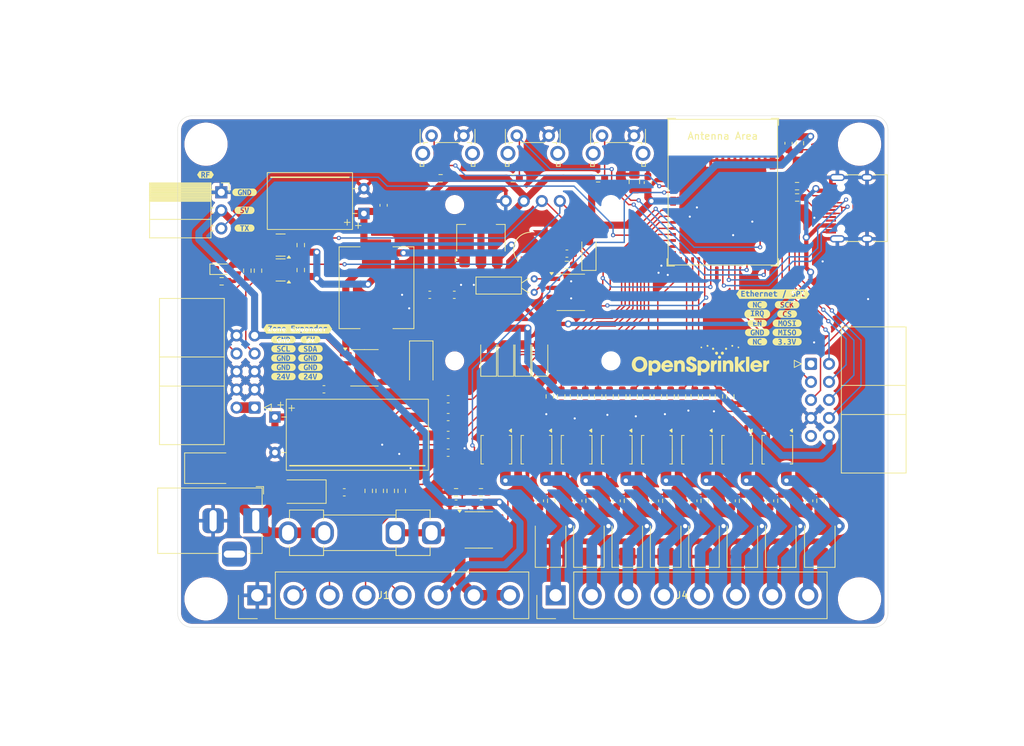
<source format=kicad_pcb>
(kicad_pcb (version 20240108) (generator "pcbnew") (generator_version "8.0")
  (layers (0 "F.Cu" signal) (31 "B.Cu" signal) (34 "B.Paste" user) (35 "F.Paste" user) (36 "B.SilkS" user "B.Silkscreen") (37 "F.SilkS" user "F.Silkscreen") (38 "B.Mask" user) (39 "F.Mask" user) (44 "Edge.Cuts" user))
  (net 0 "")
  (net 1 "GND")
  (net 2 "Net-(C1-Pad1)")
  (net 3 "/Zone Control/ZONE1")
  (net 4 "/SEN_1")
  (net 5 "/SEN_2")
  (net 6 "/SEN_3")
  (net 7 "/SEN_4")
  (net 8 "/Zone Control/ZONE2")
  (net 9 "/Zone Control/ZONE3")
  (net 10 "/Zone Control/ZONE4")
  (net 11 "/Zone Control/ZONE5")
  (net 12 "/Zone Control/ZONE6")
  (net 13 "/Zone Control/ZONE7")
  (net 14 "/Zone Control/ZONE8")
  (net 15 "Net-(C3-Pad1)")
  (net 16 "Net-(D15-K)")
  (net 17 "Net-(D16-K)")
  (net 18 "Net-(J1-Pin_2)")
  (net 19 "Net-(J1-Pin_4)")
  (net 20 "+5V")
  (net 21 "Net-(J1-Pin_5)")
  (net 22 "Net-(C4-Pad1)")
  (net 23 "Net-(J1-Pin_3)")
  (net 24 "/I2C/SCL_5V")
  (net 25 "+24V")
  (net 26 "/I2C/SDA_5V")
  (net 27 "/EN")
  (net 28 "/SPI_ETH_MOSI")
  (net 29 "/SPI_ETH_CS")
  (net 30 "/ETH_IRQ")
  (net 32 "/SPI_ETH_SCK")
  (net 33 "+3.3V")
  (net 34 "/SPI_ETH_MISO")
  (net 36 "/BOOT{slash}B1")
  (net 37 "/B2")
  (net 38 "/B3")
  (net 41 "Net-(D1-K)")
  (net 42 "/I2C_SCL")
  (net 43 "Net-(U1-OSCI)")
  (net 44 "Net-(U1-OSCO)")
  (net 45 "/I2C_SDA")
  (net 46 "/ZONE_1")
  (net 49 "/ZONE_6")
  (net 51 "/RF_TX")
  (net 52 "/D+")
  (net 53 "/CURR_SENSE")
  (net 56 "/TXD")
  (net 58 "/ZONE_8")
  (net 60 "/D-")
  (net 61 "/ZONE_5")
  (net 62 "/ZONE_3")
  (net 65 "/RXD")
  (net 67 "/ZONE_4")
  (net 68 "/ZONE_7")
  (net 69 "/ZONE_2")
  (net 70 "Net-(R10-Pad2)")
  (net 71 "Net-(R12-Pad2)")
  (net 72 "Net-(R14-Pad2)")
  (net 73 "Net-(R15-Pad2)")
  (net 74 "Net-(R18-Pad2)")
  (net 75 "Net-(R19-Pad2)")
  (net 76 "Net-(R20-Pad2)")
  (net 77 "Net-(R21-Pad2)")
  (net 78 "Net-(U13-VC)")
  (net 80 "Net-(U14-OUT)")
  (net 81 "Net-(F1-Pad1)")
  (net 83 "Net-(C5-Pad1)")
  (net 84 "Net-(C6-Pad1)")
  (net 85 "Net-(C7-Pad1)")
  (net 86 "Net-(C8-Pad1)")
  (net 87 "Net-(C9-Pad1)")
  (net 88 "Net-(C10-Pad1)")
  (net 89 "VIN")
  (net 90 "/Zone Control/COMMON")
  (net 91 "Net-(J8-CC1)")
  (net 92 "Net-(J8-CC2)")
  (net 95 "Net-(D17-K)")
  (footprint "Connector_USB:USB_C_Receptacle_HRO_TYPE-C-31-M-12" (layer "F.Cu") (at 188.4 58.3 90)
    (property "Reference" "J8" (hide yes))
    (property "Value" "USB_C_Receptacle_USB2.0_16P")
  )
  (footprint "Resistor_SMD:R_0603_1608Metric_Pad0.98x0.95mm_HandSolder" (layer "F.Cu") (at 149.8 84.8 -90)
    (property "Reference" "R35" (hide yes))
    (property "Value" "10k")
  )
  (footprint "Diode_SMD:D_SMB" (layer "F.Cu") (at 166.5 105.2 90)
    (property "Reference" "D10" (hide yes))
    (property "Value" "SMBJ45CA")
  )
  (footprint "Package_SO:SOP-4_3.8x4.1mm_P2.54mm" (layer "F.Cu") (at 159.87 92.3 -90)
    (property "Reference" "U8" (hide yes))
    (property "Value" "GAQY212G2S")
  )
  (footprint "Diode_SMD:D_SMB" (layer "F.Cu") (at 177.3 105.2 90)
    (property "Reference" "D12" (hide yes))
    (property "Value" "SMBJ45CA")
  )
  (footprint "Capacitor_SMD:C_0603_1608Metric_Pad1.08x0.95mm_HandSolder" (layer "F.Cu") (at 131.35 70.5 180)
    (property "Reference" "C13" (hide yes))
    (property "Value" "10uF")
  )
  (footprint "Resistor_SMD:R_0603_1608Metric_Pad0.98x0.95mm_HandSolder" (layer "F.Cu") (at 161.2 99.5 90)
    (property "Reference" "R17" (hide yes))
    (property "Value" "47")
  )
  (footprint "kibuzzard-66A95085" (layer "F.Cu") (at 178.2 71.9)
    (property "Reference" "kibuzzard-66A95085" (hide yes))
    (property "Value" "G***" (hide yes))
  )
  (footprint "Connector_BarrelJack:BarrelJack_Horizontal" (layer "F.Cu") (at 103.4 102.3)
    (property "Reference" "J7" (hide yes))
    (property "Value" "Jack-DC")
  )
  (footprint "Resistor_SMD:R_0603_1608Metric_Pad0.98x0.95mm_HandSolder" (layer "F.Cu") (at 163.4 84.8 -90)
    (property "Reference" "R39" (hide yes))
    (property "Value" "10k")
  )
  (footprint "Resistor_SMD:R_0603_1608Metric_Pad0.98x0.95mm_HandSolder" (layer "F.Cu") (at 147.2 66.3)
    (property "Reference" "R1" (hide yes))
    (property "Value" "4.7k")
  )
  (footprint "kibuzzard-66A7F74C" (layer "F.Cu") (at 101.825 58.61)
    (property "Reference" "kibuzzard-66A7F74C" (hide yes))
    (property "Value" "G***" (hide yes))
  )
  (footprint "Capacitor_SMD:C_0603_1608Metric_Pad1.08x0.95mm_HandSolder" (layer "F.Cu") (at 121.4 57.9 90)
    (property "Reference" "C18" (hide yes))
    (property "Value" "1uF")
  )
  (footprint "Package_TO_SOT_SMD:SOT-23" (layer "F.Cu") (at 106.9 67 180)
    (property "Reference" "Q1" (hide yes))
    (property "Value" "BSS138")
  )
  (footprint "Package_SO:SOP-4_3.8x4.1mm_P2.54mm" (layer "F.Cu") (at 176.82 92.3 -90)
    (property "Reference" "U11" (hide yes))
    (property "Value" "GAQY212G2S")
  )
  (footprint "Resistor_SMD:R_0603_1608Metric_Pad0.98x0.95mm_HandSolder" (layer "F.Cu") (at 139.6 54.1)
    (property "Reference" "R27" (hide yes))
    (property "Value" "10k")
  )
  (footprint "Resistor_SMD:R_0603_1608Metric_Pad0.98x0.95mm_HandSolder" (layer "F.Cu") (at 165.2 84.8 -90)
    (property "Reference" "R20" (hide yes))
    (property "Value" "470")
  )
  (footprint "Package_SO:SOP-4_3.8x4.1mm_P2.54mm" (layer "F.Cu") (at 165.52 92.3 -90)
    (property "Reference" "U9" (hide yes))
    (property "Value" "GAQY212G2S")
  )
  (footprint "kibuzzard-66A95035" (layer "F.Cu") (at 111.1 82)
    (property "Reference" "kibuzzard-66A95035" (hide yes))
    (property "Value" "G***" (hide yes))
  )
  (footprint "Diode_SMD:D_SMA" (layer "F.Cu") (at 109.8 98.2 180)
    (property "Reference" "D15" (hide yes))
    (property "Value" "M7")
  )
  (footprint "Capacitor_SMD:C_0603_1608Metric_Pad1.08x0.95mm_HandSolder" (layer "F.Cu") (at 131.6 99.9 180)
    (property "Reference" "C21" (hide yes))
    (property "Value" "100nF")
  )
  (footprint "kibuzzard-66A9503B" (layer "F.Cu") (at 111.1 80.7)
    (property "Reference" "kibuzzard-66A9503B" (hide yes))
    (property "Value" "G***" (hide yes))
  )
  (footprint "kibuzzard-66A9509C" (layer "F.Cu") (at 174 77.1)
    (property "Reference" "kibuzzard-66A9509C" (hide yes))
    (property "Value" "G***" (hide yes))
  )
  (footprint "OpenSprinkler:Xucheng_Elec_5x20" (layer "F.Cu") (at 128.15 104 180)
    (property "Reference" "F1" (hide yes))
    (property "Value" "3A")
  )
  (footprint "kibuzzard-66A7FE28" (layer "F.Cu") (at 109.3 75.3)
    (property "Reference" "kibuzzard-66A7FE28" (hide yes))
    (property "Value" "G***" (hide yes))
  )
  (footprint "kibuzzard-66A95092" (layer "F.Cu") (at 178.2 75.8)
    (property "Reference" "kibuzzard-66A95092" (hide yes))
    (property "Value" "G***" (hide yes))
  )
  (footprint "Crystal:Crystal_DS26_D2.0mm_L6.0mm_Horizontal" (layer "F.Cu") (at 142.6 68.25 -90)
    (property "Reference" "Y1" (hide yes))
    (property "Value" "32.768kHz")
  )
  (footprint "Resistor_SMD:R_0603_1608Metric_Pad0.98x0.95mm_HandSolder" (layer "F.Cu") (at 122.4 98.1 -90)
    (property "Reference" "R8" (hide yes))
    (property "Value" "100")
  )
  (footprint "Resistor_SMD:R_0603_1608Metric_Pad0.98x0.95mm_HandSolder" (layer "F.Cu") (at 131.6 98.3 180)
    (property "Reference" "R30" (hide yes))
    (property "Value" "20k")
  )
  (footprint "Resistor_SMD:R_0603_1608Metric_Pad0.98x0.95mm_HandSolder" (layer "F.Cu") (at 98.6 68.6)
    (property "Reference" "R42" (hide yes))
    (property "Value" "1k")
  )
  (footprint "Package_SO:SOP-4_3.8x4.1mm_P2.54mm" (layer "F.Cu") (at 137.27 92.3 -90)
    (property "Reference" "U3" (hide yes))
    (property "Value" "GAQY212G2S")
  )
  (footprint "kibuzzard-66A9503E" (layer "F.Cu") (at 111.1 79.4)
    (property "Reference" "kibuzzard-66A9503E" (hide yes))
    (property "Value" "G***" (hide yes))
  )
  (footprint "Resistor_SMD:R_0603_1608Metric_Pad0.98x0.95mm_HandSolder" (layer "F.Cu") (at 150.4 99.5 90)
    (property "Reference" "R13" (hide yes))
    (property "Value" "47")
  )
  (footprint "OpenSprinkler:MountingHole_5.6mm" (layer "F.Cu") (at 96.4 49.3)
    (property "Reference" "H1" (hide yes))
    (property "Value" "MountingHole")
  )
  (footprint "Diode_SMD:D_SMB" (layer "F.Cu") (at 155.7 105.2 90)
    (property "Reference" "D8" (hide yes))
    (property "Value" "SMBJ45CA")
  )
  (footprint "OpenSprinkler:CP_Radial_L20.0mm_D10.0mm_P5.00mm_Horizontal" (layer "F.Cu") (at 106.1 87.7)
    (property "Reference" "C17" (hide yes))
    (property "Value" "470uF")
  )
  (footprint "OpenSprinkler:MountingHole_5.6mm" (layer "F.Cu") (at 96.4 113.3)
    (property "Reference" "H4" (hide yes))
    (property "Value" "MountingHole")
  )
  (footprint "kibuzzard-66A7F75B" (layer "F.Cu") (at 101.825 56.07)
    (property "Reference" "kibuzzard-66A7F75B" (hide yes))
    (property "Value" "G***" (hide yes))
  )
  (footprint "Diode_SMD:D_MiniMELF" (layer "F.Cu") (at 143.4 79.3 90)
    (property "Reference" "D6" (hide yes))
    (property "Value" "ZMM3V3")
  )
  (footprint "Package_SO:SOP-8_3.9x4.9mm_P1.27mm" (layer "F.Cu") (at 118.7 80.775)
    (property "Reference" "U13" (hide yes))
    (property "Value" "XL2001E1")
  )
  (footprint "kibuzzard-66A7F7F7" (layer "F.Cu") (at 101.825 61.11)
    (property "Reference" "kibuzzard-66A7F7F7" (hide yes))
    (property "Value" "G***" (hide yes))
  )
  (footprint "Capacitor_SMD:C_0603_1608Metric_Pad1.08x0.95mm_HandSolder" (layer "F.Cu") (at 178.4 49.1625 90)
    (property "Reference" "C22" (hide yes))
    (property "Value" "1uF")
  )
  (footprint "Capacitor_SMD:C_0603_1608Metric_Pad1.08x0.95mm_HandSolder" (layer "F.Cu") (at 130.4875 85.2)
    (property "Reference" "C23" (hide yes))
    (property "Value" "100nF")
  )
  (footprint "kibuzzard-66A7F829" (layer "F.Cu") (at 96.325 53.6)
    (property "Reference" "kibuzzard-66A7F829" (hide yes))
    (property "Value" "G***" (hide yes))
  )
  (footprint "kibuzzard-66A7FD7B" (layer "F.Cu") (at 111.1 76.8)
    (property "Reference" "kibuzzard-66A7FD7B" (hide yes))
    (property "Value" "G***" (hide yes))
  )
  (footprint "Diode_SMD:D_SMB" (layer "F.Cu") (at 97.05 94.9)
    (property "Reference" "D14" (hide yes))
    (property "Value" "SMBJ45CA")
  )
  (footprint "Diode_SMD:D_SMB" (layer "F.Cu") (at 182.8 105.2 90)
    (property "Reference" "D13" (hide yes))
    (property "Value" "SMBJ45CA")
  )
  (footprint "Capacitor_SMD:C_0603_1608Metric_Pad1.08x0.95mm_HandSolder" (layer "F.Cu") (at 130.4875 92.73)
    (property "Reference" "C26" (hide yes))
    (property "Value" "100nF")
  )
  (footprint "Package_SO:SOP-8_3.9x4.9mm_P1.27mm" (layer "F.Cu") (at 134.8 103.6)
    (property "Reference" "U14" (hide yes))
    (property "Value" "CC6900SO-5A")
  )
  (footprint "Capacitor_SMD:C_0603_1608Metric_Pad1.08x0.95mm_HandSolder" (layer "F.Cu") (at 115.8625 98.3)
    (property "Reference" "C16" (hide yes))
    (property "Value" "1uF")
  )
  (footprint "Resistor_SMD:R_0603_1608Metric_Pad0.98x0.95mm_HandSolder" (layer "F.Cu") (at 129.425 54.1 180)
    (property "Reference" "R26" (hide yes))
    (property "Value" "10k")
  )
  (footprint "Resistor_SMD:R_0603_1608Metric_Pad0.98x0.95mm_HandSolder" (layer "F.Cu") (at 120.85 98.1 -90)
    (property "Reference" "R7" (hide yes))
    (property "Value" "100")
  )
  (footprint "kibuzzard-66A7FD96" (layer "F.Cu") (at 111.1 78.1)
    (property "Reference" "kibuzzard-66A7FD96" (hide yes))
    (property "Value" "G***" (hide yes))
  )
  (footprint "Resistor_SMD:R_0603_1608Metric_Pad0.98x0.95mm_HandSolder" (layer "F.Cu") (at 146.4 84.8 -90)
    (property "Reference" "R34" (hide yes))
    (property "Value" "10k")
  )
  (footprint "Package_SO:SOP-4_3.8x4.1mm_P2.54mm" (layer "F.Cu") (at 148.57 92.3 -90)
    (property "Reference" "U6" (hide yes))
    (property "Value" "GAQY212G2S")
  )
  (footprint "kibuzzard-66A95040" (layer "F.Cu") (at 107.3 79.4)
    (property "Reference" "kibuzzard-66A95040" (hide yes))
    (property "Value" "G***" (hide yes))
  )
  (footprint "Diode_SMD:D_MiniMELF" (layer "F.Cu") (at 136.18 79.3 90)
    (property "Reference" "D3" (hide yes))
    (property "Value" "ZMM3V3")
  )
  (footprint "Resistor_SMD:R_0603_1608Metric_Pad0.98x0.95mm_HandSolder" (layer "F.Cu") (at 170.2 84.8 -90)
    (property "Reference" "R41" (hide yes))
    (property "Value" "10k")
  )
  (footprint "Resistor_SMD:R_0603_1608Metric_Pad0.98x0.95mm_HandSolder" (layer "F.Cu") (at 172 99.5 90)
    (property "Reference" "R23" (hide yes))
    (property "Value" "47")
  )
  (footprint "Button_Switch_THT:SW_Tactile_SPST_Angled_PTS645Vx83-2LFS" (layer "F.Cu") (at 140.15 48.1)
    (property "Reference" "SW2" (hide yes))
    (property "Value" "Side Push")
  )
  (footprint "Capacitor_SMD:C_0603_1608Metric_Pad1.08x0.95mm_HandSolder" (layer "F.Cu") (at 175.8 99.5 -90)
    (property "Reference" "C9" (hide yes))
    (property "Value" "10nF")
  )
  (footprint "Resistor_SMD:R_0603_1608Metric_Pad0.98x0.95mm_HandSolder" (layer "F.Cu") (at 153.2 84.8 -90)
    (property "Reference" "R36" (hide yes))
    (property "Value" "10k")
  )
  (footprint "Package_TO_SOT_SMD:SOT-223-3_TabPin2" (layer "F.Cu") (at 135.1 62.5 90)
    (property "Reference" "U12" (hide yes))
    (property "Value" "BL1117-3.3")
  )
  (footprint "Package_SO:SOP-4_3.8x4.1mm_P2.54mm" (layer "F.Cu") (at 154.22 92.3 -90)
    (property "Reference" "U7" (hide yes))
    (property "Value" "GAQY212G2S")
  )
  (footprint "kibuzzard-66A7FD67" (layer "F.Cu") (at 107.3 76.8)
    (property "Reference" "kibuzzard-66A7FD67" (hide yes))
    (property "Value" "G***" (hide yes))
  )
  (footprint "kibuzzard-66A95039" (layer "F.Cu") (at 107.3 80.7)
    (property "Reference" "kibuzzard-66A95039" (hide yes))
    (property "Value" "G***" (hide yes))
  )
  (footprint "Resistor_SMD:R_0603_1608Metric_Pad0.98x0.95mm_HandSolder" (layer "F.Cu") (at 151.6 84.8 -90)
    (property "Reference" "R14" (hide yes))
    (property "Value" "470")
  )
  (footprint "Capacitor_SMD:C_0603_1608Metric_Pad1.08x0.95mm_HandSolder" (layer "F.Cu") (at 154.2 99.5 -90)
    (property "Reference" "C5" (hide yes))
    (property "Value" "10nF")
  )
  (footprint "Button_Switch_THT:SW_Tactile_SPST_Angled_PTS645Vx83-2LFS" (layer "F.Cu") (at 128.15 48.1)
    (property "Reference" "SW1" (hide yes))
    (property "Value" "Side Push")
  )
  (footprint "Resistor_SMD:R_0603_1608Metric_Pad0.98x0.95mm_HandSolder" (layer "F.Cu") (at 182.9 99.5 90)
    (property "Reference" "R25" (hide yes))
    (property "Value" "47")
  )
  (footprint "Diode_SMD:D_SMB" (layer "F.Cu") (at 144.9 105.2 90)
    (property "Reference" "D2" (hide yes))
    (property "Value" "SMBJ45CA")
  )
  (footprint "Diode_SMD:D_MiniMELF" (layer "F.Cu") (at 138.6 79.3 90)
    (property "Reference" "D4" (hide yes))
    (property "Value" "ZMM3V3")
  )
  (footprint "Diode_SMD:D_SMB" (layer "F.Cu") (at 161.1 105.2 90)
    (property "Reference" "D9" (hide yes))
    (property "Value" "SMBJ45CA")
  )
  (footprint "kibuzzard-66A7FDEE" (layer "F.Cu") (at 107.3 82)
    (property "Reference" "kibuzzard-66A7FDEE" (hide yes))
    (property "Value" "G***" (hide yes))
  )
  (footprint "kibuzzard-66A950A5" (layer "F.Cu") (at 174 74.5)
    (property "Reference" "kibuzzard-66A950A5" (hide yes))
    (property "Value" "G***" (hide yes))
  )
  (footprint "kibuzzard-66A917B8" (layer "F.Cu") (at 176.2 70.4)
    (property "Reference" "kibuzzard-66A917B8" (hide yes))
    (property "Value" "G***" (hide yes))
  )
  (footprint "Resistor_SMD:R_0603_1608Metric_Pad0.98x0.95mm_HandSolder" (layer "F.Cu") (at 144.8 84.8 -90)
    (property "Reference" "R10" (hide yes))
    (property "Value" "470")
  )
  (footprint "Resistor_SMD:R_0603_1608Metric_Pad0.98x0.95mm_HandSolder" (layer "F.Cu") (at 168.6 84.8 -90)
    (property "Reference" "R21" (hide yes))
    (property "Value" "470")
  )
  (footprint "Diode_SMD:D_MiniMELF" (layer "F.Cu") (at 141 79.3 90)
    (property "Reference" "D5" (hide yes))
    (property "Value" "ZMM3V3")
  )
  (footprint "Resistor_SMD:R_0603_1608Metric_Pad0.98x0.95mm_HandSolder" (layer "F.Cu") (at 155.8 99.5 90)
    (property "Reference" "R16" (hide yes))
    (property "Value" "47")
  )
  (footprint "Package_TO_SOT_SMD:SOT-23" (layer "F.Cu") (at 106.9 63.5 180)
    (property "Reference" "Q2" (hide yes))
    (property "Value" "BSS138")
  )
  (footprint "Resistor_SMD:R_0603_1608Metric_Pad0.98x0.95mm_HandSolder" (layer "F.Cu") (at 179.6125 56.8 180)
    (property "Reference" "R32" (hide yes))
    (property "Value" "5.1k")
  )
  (footprint "Diode_SMD:D_SMB" (layer "F.Cu") (at 150.3 105.2 90)
    (property "Reference" "D7" (hide yes))
    (property "Value" "SMBJ45CA")
  )
  (footprint "Package_SO:SOP-4_3.8x4.1mm_P2.54mm" (layer "F.Cu") (at 171.17 92.3 -90)
    (property "Reference" "U10" (hide yes))
    (property "Value" "GAQY212G2S")
  )
  (footprint "Resistor_SMD:R_0603_1608Metric_Pad0.98x0.95mm_HandSolder" (layer "F.Cu") (at 109.7375 67.0125 90)
    (property "Reference" "R2" (hide yes))
    (property "Value" "1k")
  )
  (footprint "Resistor_SMD:R_0603_1608Metric_Pad0.98x0.95mm_HandSolder" (layer "F.Cu") (at 161.8 84.8 -90)
    (property "Reference" "R19" (hide yes))
    (property "Value" "470")
  )
  (footprint "Capacitor_SMD:C_0603_1608Metric_Pad1.08x0.95mm_HandSolder" (layer "F.Cu") (at 181.3 99.5 -90)
    (property "Reference" "C10" (hide yes))
    (property "Value" "10nF")
  )
  (footprint "Resistor_SMD:R_0603_1608Metric_Pad0.98x0.95mm_HandSolder" (layer "F.Cu") (at 119.3 98.1 -90)
    (property "Reference" "R6" (hide yes))
    (property "Value" "100")
  )
  (footprint "OpenSprinkler:JMD0.96D-1" (layer "F.Cu") (at 142.4 68.8)
    (property "Reference" "U4" (hide yes))
    (property "Value" "SSD1306-OLED")
  )
  (footprint "OpenSprinkler:MountingHole_5.6mm" (layer "F.Cu") (at 188.4 113.3)
    (property "Reference" "H3" (hide yes))
    (property "Value" "MountingHole")
  )
  (footprint "kibuzzard-66A950AB" (layer "F.Cu") (at 174 73.2)
    (property "Reference" "kibuzzard-66A950AB" (hide yes))
    (property "Value" "G***" (hide yes))
  )
  (footprint "Capacitor_SMD:C_0603_1608Metric_Pad1.08x0.95mm_HandSolder" (layer "F.Cu") (at 148.8 99.5 -90)
    (property "Reference" "C4" (hide yes))
    (property "Value" "10nF")
  )
  (footprint "Package_SO:SOP-4_3.8x4.1mm_P2.54mm" (layer "F.Cu") (at 142.92 92.3 -90)
    (property "Reference" "U5" (hide yes))
    (property "Value" "GAQY212G2S")
  )
  (footprint "Resistor_SMD:R_0603_1608Metric_Pad0.98x0.95mm_HandSolder" (layer "F.Cu") (at 151.6 54.1)
    (property "Reference" "R28" (hide yes))
    (property "Value" "10k")
  )
  (footprint "Inductor_SMD:L_Sunlord_MWSA1004S" (layer "F.Cu") (at 120.4 69.5 90)
    (property "Reference" "L1" (hide yes))
    (property "Value" "47uH")
  )
  (footprint "Capacitor_SMD:C_0603_1608Metric_Pad1.08x0.95mm_HandSolder" (layer "F.Cu") (at 130.4875 87.71)
    (property "Reference" "C24" (hide yes))
    (property "Value" "100nF")
  )
  (footprint "OpenSprinkler:MountingHole_5.6mm" (layer "F.Cu") (at 188.4 49.3)
    (property "Reference" "H2" (hide yes))
    (property "Value" "MountingHole")
  )
  (footprint "Resistor_SMD:R_0603_1608Metric_Pad0.98x0.95mm_HandSolder" (layer "F.Cu") (at 179.6 55.2 180)
    (property "Reference" "R33" (hide yes))
    (property "Value" "5.1k")
  )
  (footprint "Diode_SMD:D_SMB" (layer "F.Cu") (at 171.9 105.2 90)
    (property "Reference" "D11" (hide yes))
    (property "Value" "SMBJ45CA")
  )
  (footprint "Resistor_SMD:R_0603_1608Metric_Pad0.98x0.95mm_HandSolder" (layer "F.Cu") (at 148.2 84.8 -90)
    (property "Reference" "R12" (hide yes))
    (property "Value" "470")
  )
  (footprint "Capacitor_SMD:C_0603_1608Metric_Pad1.08x0.95mm_HandSolder" (layer "F.Cu") (at 127.9 70.5 180)
    (property "Reference" "C14" (hide yes))
    (property "Value" "10uF")
  )
  (footprint "Connector_IDC:IDC-Header_2x05_P2.54mm_Horizontal" (layer "F.Cu") (at 103.24 86.38 180)
    (property "Reference" "J2" (hide yes))
    (property "Value" "Zone IDC Connector")
  )
  (footprint "OpenSprinkler:OpenSprinklerLogo" (layer "F.Cu") (at 167.3 80.7)
    (property "Reference" "REF**" (hide yes))
    (property "Value" "OpenSprinklerLogo" (hide yes))
  )
  (footprint "OpenSprinkler:CP_Radial_L12.0mm_D8.0mm_P3.50mm_Horizontal" (layer "F.Cu") (at 118.625 59.05 180)
    (property "Reference" "C19" (hide yes))
    (property "Value" "220uF")
  )
  (footprint "Resistor_SMD:R_0603_1608Metric_Pad0.98x0.95mm_HandSolder" (layer "F.Cu") (at 135.1 98.3 180)
    (property "Reference" "R29" (hide yes))
    (property "Value" "10k")
  )
  (footprint "kibuzzard-66A9508D" (layer "F.Cu") (at 178.2 74.5)
    (property "Reference" "kibuzzard-66A9508D" (hide yes))
    (property "Value" "G***" (hide yes))
  )
  (footprint "Diode_SMD:D_SMA" (layer "F.Cu") (at 126.7 80.5 -90)
    (property "Reference" "D16" (hide yes))
    (property "Value" "SS36")
  )
  (footprint "Diode_SMD:D_SOD-123" (layer "F.Cu") (at 150.3 64.7 90)
    (property "Reference" "D1" (hide yes))
    (property "Value" "1N4148W")
  )
  (footprint "kibuzzard-66A95097" (layer "F.Cu") (at 178.2 77.1)
    (property "Reference" "kibuzzard-66A95097" (hide yes))
    (property "Value" "G***" (hide yes))
  )
  (footprint "Connector_Samtec_HPM_THT:Samtec_HPM-08-05-x-S_Straight_1x08_Pitch5.08mm" (layer "F.Cu") (at 145.62 112.8 90)
    (property "Reference" "J4")
    (property "Value" "Zone Terminal Block")
  )
  (footprint "LED_SMD:LED_0603_1608Metric_Pad1.05x0.95mm_HandSolder" (layer "F.Cu") (at 98.6 66.9)
    (property "Reference" "D17" (hide yes))
    (property "Value" "Red Led")
  )
  (footprint "Capacitor_SMD:C_0805_2012Metric_Pad1.18x1.45mm_HandSolder" (layer "F.Cu") (at 156.7 54.6 90)
    (property "Reference" "C12" (hide yes))
    (property "Value" "22uF")
  )
  (footprint "Resistor_SMD:R_0603_1608Metric_Pad0.98x0.95mm_HandSolder" (layer "F.Cu") (at 103.71875 67.1 90)
    (property "Reference" "R4" (hide yes))
    (property "Value" "1k")
  )
  (footprint "kibuzzard-66A7FD8D" (layer "F.Cu") (at 107.3 78.1)
    (property "Reference" "kibuzzard-66A7FD8D" (hide yes))
    (property "Value" "G***" (hide yes))
  )
  (footprint "PCM_Espressif:ESP32-S3-MINI-1" (layer "F.Cu") (at 169.15 58.6)
    (property "Reference" "U2" (hide yes))
    (property "Value" "ESP32-S3-MINI-1")
  )
  (footprint "Capacitor_SMD:C_0603_1608Metric_Pad1.08x0.95mm_HandSolder" (layer "F.Cu") (at 113 83.8 180)
    (property "Reference" "C15" (hide yes))
    (property "Value" "1uF")
  )
  (footprint "Package_SO:SOIC-8_3.9x4.9mm_P1.27mm" (layer "F.Cu") (at 147.75 70.155)
    (property "Reference" "U1" (hide yes))
    (property "Value" "PCF8563T")
  )
  (footprint "Button_Switch_THT:SW_Tactile_SPST_Angled_PTS645Vx83-2LFS" (layer "F.Cu") (at 152.15 48.1)
    (property "Reference" "SW3" (hide yes))
    (property "Value" "Side Push")
  )
  (footprint "Connector_IDC:IDC-Header_2x05_P2.54mm_Horizontal" (layer "F.Cu") (at 181.56 80.22)
    (property "Reference" "J6" (hide yes))
    (property "Value" "Ethernet")
  )
  (footprint "Resistor_SMD:R_0603_1608Metric_Pad0.98x0.95mm_HandSolder" (layer "F.Cu") (at 123.95 98.1 -90)
    (property "Reference" "R9" (hide yes))
    (property "Value" "100")
  )
  (footprint "Connector_Samtec_HPM_THT:Samtec_HPM-08-05-x-S_Straight_1x08_Pitch5.08mm" (layer "F.Cu") (at 103.62 112.8 90)
    (property "Reference" "J1")
    (property "Value" "Sensor and Common Terminal Block")
  )
  (footprint "OpenSprinkler:SM3R3703T01" (layer "F.Cu") (at 142.1 64.1)
    (property "Reference" "C1" (hide yes))
    (property "Value" "SM3R3703T01U")
  )
  (footprint "Capacitor_SMD:C_0603_1608Metric_Pad1.08x0.95mm_HandSolder" (layer "F.Cu") (at 159.6 99.5 -90)
    (property "Reference" "C6" (hide yes))
    (property "Value" "10nF")
  )
  (footprint "kibuzzard-66A95080" (layer "F.Cu") (at 174 71.9)
    (property "Reference" "kibuzzard-66A95080" (hide yes))
    (property "Value" "G***" (hide yes))
  )
  (footprint "Resistor_SMD:R_0603_1608Metric_Pad0.98x0.95mm_HandSolder" (layer "F.Cu") (at 166.6 99.5 90)
    (property "Reference" "R22" (hide yes))
    (property "Value" "47")
  )
  (footprint "Resistor_SMD:R_0603_1608Metric_Pad0.98x0.95mm_HandSolder" (layer "F.Cu") (at 155 84.8 -90)
    (property "Reference" "R15" (hide yes))
    (property "Value" "470")
  )
  (footprint "Capacitor_SMD:C_0603_1608Metric_Pad1.08x0.95mm_HandSolder" (layer "F.Cu") (at 165 99.5 -90)
    (property "Reference" "C7" (hide yes))
    (property "Value" "10nF")
  )
  (footprint "kibuzzard-66A95089" (layer "F.Cu") (at 178.2 73.2)
    (property "Reference" "kibuzzard-66A95089" (hide yes))
    (property "Value" "G***" (hide yes))
  )
  (footprint "Resistor_SMD:R_0603_1608Metric_Pad0.98x0.95mm_HandSolder" (layer "F.Cu") (at 109.7375 63.5 90)
    (property "Reference" "R3" (hide yes))
    (property "Value" "1k")
  )
  (footprint "Capacitor_SMD:C_0603_1608Metric_Pad1.08x0.95mm_HandSolder" (layer "F.Cu") (at 170.4 99.5 -90)
    (property "Reference" "C8" (hide yes))
    (property "Value" "10nF")
  )
  (footprint "Resistor_SMD:R_0603_1608Metric_Pad0.98x0.95mm_HandSolder" (layer "F.Cu") (at 145 99.5 90)
    (property "Reference" "R11" (hide yes))
    (property "Value" "47")
  )
  (footprint "Resistor_SMD:R_0603_1608Metric_Pad0.98x0.95mm_HandSolder" (layer "F.Cu") (at 177.4 99.5 90)
    (property "Reference" "R24" (hide yes))
    (property "Value" "47")
  )
  (footprint "Capacitor_SMD:C_0603_1608Metric_Pad1.08x0.95mm_HandSolder" (layer "F.Cu") (at 130.4875 90.22)
    (property "Reference" "C25" (hide yes))
    (property "Value" "100nF")
  )
  (footprint "Capacitor_SMD:C_0603_1608Metric_Pad1.08x0.95mm_HandSolder" (layer "F.Cu") (at 158.6 54.7 90)
    (property "Reference" "C11" (hide yes))
    (property "Value" "100nF")
  )
  (footprint "Capacitor_SMD:C_0603_1608Metric_Pad1.08x0.95mm_HandSolder" (layer "F.Cu") (at 135.1375 99.9)
    (property "Reference" "C20" (hide yes))
    (property "Value" "100nF")
  )
  (footprint "Resistor_SMD:R_0603_1608Metric_Pad0.98x0.95mm_HandSolder" (layer "F.Cu") (at 158.4 84.8 -90)
    (property "Reference" "R18" (hide yes))
    (property "Value" "470")
  )
  (footprint "Resistor_SMD:R_0603_1608Metric_Pad0.98x0.95mm_HandSolder" (layer "F.Cu") (at 160 84.8 -90)
    (property "Reference" "R38" (hide yes))
    (property "Value" "10k")
  )
  (footprint "Capacitor_SMD:C_0603_1608Metric_Pad1.08x0.95mm_HandSolder" (layer "F.Cu") (at 147.2 64.7)
    (property "Reference" "C2" (hide yes))
    (property "Value" "100nF")
  )
  (footprint "Resistor_SMD:R_0603_1608Metric_Pad0.98x0.95mm_HandSolder" (layer "F.Cu") (at 156.6 84.8 -90)
    (property "Reference" "R37" (hide yes))
    (property "Value" "10k")
  )
  (footprint "Connector_PinSocket_2.54mm:PinSocket_1x03_P2.54mm_Horizontal" (layer "F.Cu") (at 98.55 56.07)
    (property "Reference" "J5" (hide yes))
    (property "Value" "TX")
  )
  (footprint "kibuzzard-66A950A2" (layer "F.Cu") (at 174 75.8)
    (property "Reference" "kibuzzard-66A950A2" (hide yes))
    (property "Value" "G***" (hide yes))
  )
  (footprint "Capacitor_SMD:C_0603_1608Metric_Pad1.08x0.95mm_HandSolder" (layer "F.Cu") (at 143.4 99.5 -90)
    (property "Reference" "C3" (hide yes))
    (property "Value" "10nF")
  )
  (footprint "Resistor_SMD:R_0603_1608Metric_Pad0.98x0.95mm_HandSolder" (layer "F.Cu") (at 166.8 84.8 -90)
    (property "Reference" "R40" (hide yes))
    (property "Value" "10k")
  )
  (footprint "Resistor_SMD:R_0603_1608Metric_Pad0.98x0.95mm_HandSolder" (layer "F.Cu") (at 102.21875 67.1 90)
    (property "Reference" "R5" (hide yes))
    (property "Value" "1k")
  )
  (footprint "Resistor_SMD:R_0603_1608Metric_Pad0.98x0.95mm_HandSolder" (layer "F.Cu") (at 180 49.1625 -90)
    (property "Reference" "R31" (hide yes))
    (property "Value" "10k")
  )
  (gr_line (start 94.4 117.3) (end 190.4 117.3) (stroke (width 0.05)) (layer "Edge.Cuts"))
  (gr_arc (start 94.4 117.3) (mid 92.985786 116.714214) (end 92.4 115.3) (stroke (width 0.05)) (layer "Edge.Cuts"))
  (gr_line (start 192.4 115.3) (end 192.4 47.3) (stroke (width 0.05)) (layer "Edge.Cuts"))
  (gr_arc (start 192.4 115.3) (mid 191.814214 116.714214) (end 190.4 117.3) (stroke (width 0.05)) (layer "Edge.Cuts"))
  (gr_line (start 92.4 47.3) (end 92.4 115.3) (stroke (width 0.05)) (layer "Edge.Cuts"))
  (gr_line (start 94.4 45.3) (end 190.4 45.3) (stroke (width 0.05)) (layer "Edge.Cuts"))
  (gr_arc (start 190.4 45.3) (mid 191.814214 45.885786) (end 192.4 47.3) (stroke (width 0.05)) (layer "Edge.Cuts"))
  (gr_arc (start 92.4 47.3) (mid 92.985786 45.885786) (end 94.4 45.3) (stroke (width 0.05)) (layer "Edge.Cuts"))
  (segment (start 178.5 48.4) (end 178.5 48.5) (width 0.2) (layer "F.Cu") (net 1))
  (via (at 132.8 92.1) (size 0.6) (drill 0.3) (layers "F.Cu" "B.Cu") (net 1))
  (via (at 165.5 58.2) (size 0.6) (drill 0.3) (layers "F.Cu" "B.Cu") (net 1))
  (via (at 182 77.2) (size 0.6) (drill 0.3) (layers "F.Cu" "B.Cu") (net 1))
  (via (at 132.3 69.1) (size 0.6) (drill 0.3) (layers "F.Cu" "B.Cu") (net 1))
  (via (at 147.8 71) (size 0.6) (drill 0.3) (layers "F.Cu" "B.Cu") (net 1))
  (via (at 183.2 65.8) (size 0.6) (drill 0.3) (layers "F.Cu" "B.Cu") (net 1))
  (via (at 144.3 87.3) (size 0.6) (drill 0.3) (layers "F.Cu" "B.Cu") (net 1))
  (via (at 134.1 69.1) (size 0.6) (drill 0.3) (layers "F.Cu" "B.Cu") (net 1))
  (via (at 156.9 87.6) (size 0.6) (drill 0.3) (layers "F.Cu" "B.Cu") (net 1))
  (via (at 121.2 91.6) (size 0.6) (drill 0.3) (layers "F.Cu" "B.Cu") (net 1))
  (via (at 124 70.5) (size 0.6) (drill 0.3) (layers "F.Cu" "B.Cu") (net 1))
  (via (at 189.6 71.1) (size 0.6) (drill 0.3) (layers "F.Cu" "B.Cu") (net 1))
  (via (at 147.8 68.6) (size 0.6) (drill 0.3) (layers "F.Cu" "B.Cu") (net 1))
  (via (at 182.036171 59.656028) (size 0.6) (drill 0.3) (layers "F.Cu" "B.Cu") (net 1))
  (via (at 170.6 62.1) (size 0.6) (drill 0.3) (layers "F.Cu" "B.Cu") (net 1))
  (via (at 161.4 67.7) (size 0.6) (drill 0.3) (layers "F.Cu" "B.Cu") (net 1))
  (via (at 160.1 67.4) (size 0.6) (drill 0.3) (layers "F.Cu" "B.Cu") (net 1))
  (via (at 164.5 59.5) (size 0.6) (drill 0.3) (layers "F.Cu" "B.Cu") (net 1))
  (via (at 160.5 66.4) (size 0.6) (drill 0.3) (layers "F.Cu" "B.Cu") (net 1))
  (via (at 125 72.4) (size 0.6) (drill 0.3) (layers "F.Cu" "B.Cu") (net 1))
  (via (at 148.3 87.9) (size 0.6) (drill 0.3) (layers "F.Cu" "B.Cu") (net 1))
  (via (at 161 87.3) (size 0.6) (drill 0.3) (layers "F.Cu" "B.Cu") (net 1))
  (via (at 164.3 86.8) (size 0.6) (drill 0.3) (layers "F.Cu" "B.Cu") (net 1))
  (via (at 152.9 87.4) (size 0.6) (drill 0.3) (layers "F.Cu" "B.Cu") (net 1))
  (via (at 167.9 86.9) (size 0.6) (drill 0.3) (layers "F.Cu" "B.Cu") (net 1))
  (via (at 123.6 92.9) (size 0.6) (drill 0.3) (layers "F.Cu" "B.Cu") (net 1))
  (via (at 173.3 60.2) (size 0.6) (drill 0.3) (layers "F.Cu" "B.Cu") (net 1))
  (via (at 125.2 94.9) (size 0.6) (drill 0.3) (layers "F.Cu" "B.Cu") (net 1))
  (segment (start 143.1 66.3) (end 146.2875 66.3) (width 0.2) (layer "F.Cu") (net 2))
  (segment (start 142.75 65.95) (end 143.1 66.3) (width 0.2) (layer "F.Cu") (net 2))
  (segment (start 145 102.95) (end 144.9 103.05) (width 1.5) (layer "F.Cu") (net 3))
  (segment (start 145 100.4125) (end 145 102.95) (width 1.5) (layer "F.Cu") (net 3))
  (segment (start 138.54 96.64) (end 138.55 96.65) (width 1.5) (layer "F.Cu") (net 3))
  (segment (start 138.54 95.05) (end 138.54 96.64) (width 1.5) (layer "F.Cu") (net 3))
  (segment (start 147.65 103.05) (end 144.9 103.05) (width 1.5) (layer "F.Cu") (net 3))
  (via (at 147.65 103.05) (size 1) (drill 0.6) (layers "F.Cu" "B.Cu") (net 3))
  (via (at 138.55 96.65) (size 1) (drill 0.6) (layers "F.Cu" "B.Cu") (net 3))
  (segment (start 145.62 105.08) (end 145.62 112.8) (width 1.5) (layer "B.Cu") (net 3))
  (segment (start 147.65 103.05) (end 141.25 96.65) (width 1.5) (layer "B.Cu") (net 3))
  (segment (start 141.25 96.65) (end 138.55 96.65) (width 1.5) (layer "B.Cu") (net 3))
  (segment (start 147.65 103.05) (end 145.62 105.08) (width 1.5) (layer "B.Cu") (net 3))
  (segment (start 123.9 86.5) (end 119.3 91.1) (width 0.2) (layer "F.Cu") (net 4))
  (segment (start 150.65 73.15) (end 153.65 73.15) (width 0.2) (layer "F.Cu") (net 4))
  (segment (start 119.3 91.1) (end 119.3 97.1875) (width 0.2) (layer "F.Cu") (net 4))
  (segment (start 145.3 78.5) (end 150.65 73.15) (width 0.2) (layer "F.Cu") (net 4))
  (segment (start 136.18 82.9575) (end 136.18 81.05) (width 0.2) (layer "F.Cu") (net 4))
  (segment (start 162.15 58.6) (end 160.5 58.6) (width 0.2) (layer "F.Cu") (net 4))
  (segment (start 131.35 85.2) (end 131.35 85.85) (width 0.2) (layer "F.Cu") (net 4))
  (segment (start 130.7 86.5) (end 123.9 86.5) (width 0.2) (layer "F.Cu") (net 4))
  (segment (start 154.9 64.2) (end 154.9 71.9) (width 0.2) (layer "F.Cu") (net 4))
  (segment (start 138.73 78.5) (end 136.18 81.05) (width 0.2) (layer "F.Cu") (net 4))
  (segment (start 131.35 85.2) (end 133.9375 85.2) (width 0.2) (layer "F.Cu") (net 4))
  (segment (start 145.3 78.5) (end 138.73 78.5) (width 0.2) (layer "F.Cu") (net 4))
  (segment (start 154.9 71.9) (end 153.65 73.15) (width 0.2) (layer "F.Cu") (net 4))
  (segment (start 133.9375 85.2) (end 136.18 82.9575) (width 0.2) (layer "F.Cu") (net 4))
  (segment (start 160.5 58.6) (end 154.9 64.2) (width 0.2) (layer "F.Cu") (net 4))
  (segment (start 131.35 85.85) (end 130.7 86.5) (width 0.2) (layer "F.Cu") (net 4))
  (segment (start 140.75 78.9) (end 145.9 78.9) (width 0.2) (layer "F.Cu") (net 5))
  (segment (start 131 89) (end 126.2 89) (width 0.2) (layer "F.Cu") (net 5))
  (segment (start 138.6 81.05) (end 140.75 78.9) (width 0.2) (layer "F.Cu") (net 5))
  (segment (start 120.85 94.35) (end 120.85 97.1875) (width 0.2) (layer "F.Cu") (net 5))
  (segment (start 131.35 87.71) (end 132.9775 87.71) (width 0.2) (layer "F.Cu") (net 5))
  (segment (start 155.4 64.4) (end 160.35 59.45) (width 0.2) (layer "F.Cu") (net 5))
  (segment (start 131.35 87.71) (end 131.35 88.65) (width 0.2) (layer "F.Cu") (net 5))
  (segment (start 145.9 78.9) (end 151 73.8) (width 0.2) (layer "F.Cu") (net 5))
  (segment (start 151 73.8) (end 153.6 73.8) (width 0.2) (layer "F.Cu") (net 5))
  (segment (start 160.35 59.45) (end 162.15 59.45) (width 0.2) (layer "F.Cu") (net 5))
  (segment (start 153.6 73.8) (end 155.4 72) (width 0.2) (layer "F.Cu") (net 5))
  (segment (start 138.6 82.0875) (end 138.6 81.05) (width 0.2) (layer "F.Cu") (net 5))
  (segment (start 155.4 72) (end 155.4 64.4) (width 0.2) (layer "F.Cu") (net 5))
  (segment (start 132.9775 87.71) (end 138.6 82.0875) (width 0.2) (layer "F.Cu") (net 5))
  (segment (start 126.2 89) (end 120.85 94.35) (width 0.2) (layer "F.Cu") (net 5))
  (segment (start 131.35 88.65) (end 131 89) (width 0.2) (layer "F.Cu") (net 5))
  (segment (start 151.4 74.3) (end 153.9 74.3) (width 0.2) (layer "F.Cu") (net 6))
  (segment (start 146.4 79.3) (end 151.4 74.3) (width 0.2) (layer "F.Cu") (net 6))
  (segment (start 156 72.2) (end 153.9 74.3) (width 0.2) (layer "F.Cu") (net 6))
  (segment (start 141 81.2375) (end 141 81.05) (width 0.2) (layer "F.Cu") (net 6))
  (segment (start 126.3 91.6) (end 122.4 95.5) (width 0.2) (layer "F.Cu") (net 6))
  (segment (start 131.35 90.22) (end 132.0175 90.22) (width 0.2) (layer "F.Cu") (net 6))
  (segment (start 160.2 60.3) (end 156 64.5) (width 0.2) (layer "F.Cu") (net 6))
  (segment (start 131.35 90.22) (end 131.35 90.95) (width 0.2) (layer "F.Cu") (net 6))
  (segment (start 132.0175 90.22) (end 141 81.2375) (width 0.2) (layer "F.Cu") (net 6))
  (segment (start 122.4 95.5) (end 122.4 97.1875) (width 0.2) (layer "F.Cu") (net 6))
  (segment (start 130.7 91.6) (end 126.3 91.6) (width 0.2) (layer "F.Cu") (net 6))
  (segment (start 146.4 79.3) (end 142.75 79.3) (width 0.2) (layer "F.Cu") (net 6))
  (segment (start 162.15 60.3) (end 160.2 60.3) (width 0.2) (layer "F.Cu") (net 6))
  (segment (start 131.35 90.95) (end 130.7 91.6) (width 0.2) (layer "F.Cu") (net 6))
  (segment (start 142.75 79.3) (end 141 81.05) (width 0.2) (layer "F.Cu") (net 6))
  (segment (start 156 64.5) (end 156 72.2) (width 0.2) (layer "F.Cu") (net 6))
  (segment (start 131.35 92.73) (end 126.8925 97.1875) (width 0.2) (layer "F.Cu") (net 7))
  (segment (start 131.35 92.73) (end 131.35 92.25) (width 0.2) (layer "F.Cu") (net 7))
  (segment (start 151.8 74.9) (end 154 74.9) (width 0.2) (layer "F.Cu") (net 7))
  (segment (start 160.15 61.15) (end 162.15 61.15) (width 0.2) (layer "F.Cu") (net 7))
  (segment (start 156.5 64.8) (end 160.15 61.15) (width 0.2) (layer "F.Cu") (net 7))
  (segment (start 145.65 81.05) (end 151.8 74.9) (width 0.2) (layer "F.Cu") (net 7))
  (segment (start 131.35 92.25) (end 140.2125 83.3875) (width 0.2) (layer "F.Cu") (net 7))
  (segment (start 156.5 72.4) (end 156.5 64.8) (width 0.2) (layer "F.Cu") (net 7))
  (segment (start 143.4 81.05) (end 145.65 81.05) (width 0.2) (layer "F.Cu") (net 7))
  (segment (start 141.0625 83.3875) (end 143.4 81.05) (width 0.2) (layer "F.Cu") (net 7))
  (segment (start 126.8925 97.1875) (end 123.95 97.1875) (width 0.2) (layer "F.Cu") (net 7))
  (segment (start 154 74.9) (end 156.5 72.4) (width 0.2) (layer "F.Cu") (net 7))
  (segment (start 140.2125 83.3875) (end 141.0625 83.3875) (width 0.2) (layer "F.Cu") (net 7))
  (segment (start 150.4 102.95) (end 150.3 103.05) (width 1.5) (layer "F.Cu") (net 8))
  (segment (start 144.19 96.64) (end 144.2 96.65) (width 1.5) (layer "F.Cu") (net 8))
  (segment (start 150.4 100.4125) (end 150.4 102.95) (width 1.5) (layer "F.Cu") (net 8))
  (segment (start 153.05 103.05) (end 150.3 103.05) (width 1.5) (layer "F.Cu") (net 8))
  (segment (start 144.19 95.05) (end 144.19 96.64) (width 1.5) (layer "F.Cu") (net 8))
  (via (at 144.2 96.65) (size 1) (drill 0.6) (layers "F.Cu" "B.Cu") (net 8))
  (via (at 153.05 103.05) (size 1) (drill 0.6) (layers "F.Cu" "B.Cu") (net 8))
  (segment (start 153.05 103.05) (end 146.65 96.65) (width 1.5) (layer "B.Cu") (net 8))
  (segment (start 146.65 96.65) (end 144.2 96.65) (width 1.5) (layer "B.Cu") (net 8))
  (segment (start 153.05 103.05) (end 150.7 105.4) (width 1.5) (layer "B.Cu") (net 8))
  (segment (start 150.7 105.4) (end 150.7 112.8) (width 1.5) (layer "B.Cu") (net 8))
  (segment (start 155.8 100.4125) (end 155.8 102.95) (width 1.5) (layer "F.Cu") (net 9))
  (segment (start 155.8 102.95) (end 155.7 103.05) (width 1.5) (layer "F.Cu") (net 9))
  (segment (start 158.45 103.05) (end 155.7 103.05) (width 1.5) (layer "F.Cu") (net 9))
  (segment (start 149.84 95.05) (end 149.84 96.64) (width 1.5) (layer "F.Cu") (net 9))
  (segment (start 149.84 96.64) (end 149.85 96.65) (width 1.5) (layer "F.Cu") (net 9))
  (via (at 149.85 96.65) (size 1) (drill 0.6) (layers "F.Cu" "B.Cu") (net 9))
  (via (at 158.45 103.05) (size 1) (drill 0.6) (layers "F.Cu" "B.Cu") (net 9))
  (segment (start 158.45 103.05) (end 155.78 105.72) (width 1.5) (layer "B.Cu") (net 9))
  (segment (start 158.45 103.05) (end 152.05 96.65) (width 1.5) (layer "B.Cu") (net 9))
  (segment (start 152.05 96.65) (end 149.85 96.65) (width 1.5) (layer "B.Cu") (net 9))
  (segment (start 155.78 105.72) (end 155.78 112.8) (width 1.5) (layer "B.Cu") (net 9))
  (segment (start 155.49 95.05) (end 155.49 96.64) (width 1.5) (layer "F.Cu") (net 10))
  (segment (start 161.2 100.4125) (end 161.2 102.95) (width 1.5) (layer "F.Cu") (net 10))
  (segment (start 161.2 102.95) (end 161.1 103.05) (width 1.5) (layer "F.Cu") (net 10))
  (segment (start 163.85 103.05) (end 161.1 103.05) (width 1.5) (layer "F.Cu") (net 10))
  (segment (start 155.49 96.64) (end 155.5 96.65) (width 1.5) (layer "F.Cu") (net 10))
  (via (at 155.5 96.65) (size 1) (drill 0.6) (layers "F.Cu" "B.Cu") (net 10))
  (via (at 163.85 103.05) (size 1) (drill 0.6) (layers "F.Cu" "B.Cu") (net 10))
  (segment (start 163.85 103.05) (end 160.86 106.04) (width 1.5) (layer "B.Cu") (net 10))
  (segment (start 160.86 106.04) (end 160.86 112.8) (width 1.5) (layer "B.Cu") (net 10))
  (segment (start 163.85 103.05) (end 157.45 96.65) (width 1.5) (layer "B.Cu") (net 10))
  (segment (start 157.45 96.65) (end 155.5 96.65) (width 1.5) (layer "B.Cu") (net 10))
  (segment (start 161.14 95.05) (end 161.14 96.64) (width 1.5) (layer "F.Cu") (net 11))
  (segment (start 166.6 100.4125) (end 166.6 102.95) (width 1.5) (layer "F.Cu") (net 11))
  (segment (start 161.14 96.64) (end 161.15 96.65) (width 1.5) (layer "F.Cu") (net 11))
  (segment (start 169.25 103.05) (end 166.5 103.05) (width 1.5) (layer "F.Cu") (net 11))
  (segment (start 166.6 102.95) (end 166.5 103.05) (width 1.5) (layer "F.Cu") (net 11))
  (via (at 169.25 103.05) (size 1) (drill 0.6) (layers "F.Cu" "B.Cu") (net 11))
  (via (at 161.15 96.65) (size 1) (drill 0.6) (layers "F.Cu" "B.Cu") (net 11))
  (segment (start 169.25 103.05) (end 165.94 106.36) (width 1.5) (layer "B.Cu") (net 11))
  (segment (start 169.25 103.05) (end 162.85 96.65) (width 1.5) (layer "B.Cu") (net 11))
  (segment (start 162.85 96.65) (end 161.15 96.65) (width 1.5) (layer "B.Cu") (net 11))
  (segment (start 165.94 106.36) (end 165.94 112.8) (width 1.5) (layer "B.Cu") (net 11))
  (segment (start 172 100.4125) (end 171.9 100.5125) (width 1.5) (layer "F.Cu") (net 12))
  (segment (start 166.79 95.05) (end 166.79 96.64) (width 1.5) (layer "F.Cu") (net 12))
  (segment (start 171.9 100.5125) (end 171.9 103.05) (width 1.5) (layer "F.Cu") (net 12))
  (segment (start 174.65 103.05) (end 171.9 103.05) (width 1.5) (layer "F.Cu") (net 12))
  (segment (start 166.79 96.64) (end 166.8 96.65) (width 1.5) (layer "F.Cu") (net 12))
  (via (at 166.8 96.65) (size 1) (drill 0.6) (layers "F.Cu" "B.Cu") (net 12))
  (via (at 174.65 103.05) (size 1) (drill 0.6) (layers "F.Cu" "B.Cu") (net 12))
  (segment (start 174.65 103.05) (end 171.02 106.68) (width 1.5) (layer "B.Cu") (net 12))
  (segment (start 174.65 103.05) (end 168.25 96.65) (width 1.5) (layer "B.Cu") (net 12))
  (segment (start 168.25 96.65) (end 166.8 96.65) (width 1.5) (layer "B.Cu") (net 12))
  (segment (start 171.02 106.68) (end 171.02 112.8) (width 1.5) (layer "B.Cu") (net 12))
  (segment (start 177.4 102.95) (end 177.3 103.05) (width 1.5) (layer "F.Cu") (net 13))
  (segment (start 177.4 100.4125) (end 177.4 102.95) (width 1.5) (layer "F.Cu") (net 13))
  (segment (start 172.44 95.05) (end 172.44 96.64) (width 1.5) (layer "F.Cu") (net 13))
  (segment (start 172.44 96.64) (end 172.45 96.65) (width 1.5) (layer "F.Cu") (net 13))
  (segment (start 180.05 103.05) (end 177.3 103.05) (width 1.5) (layer "F.Cu") (net 13))
  (via (at 172.45 96.65) (size 1) (drill 0.6) (layers "F.Cu" "B.Cu") (net 13))
  (via (at 180.05 103.05) (size 1) (drill 0.6) (layers "F.Cu" "B.Cu") (net 13))
  (segment (start 176.1 107) (end 176.1 112.8) (width 1.5) (layer "B.Cu") (net 13))
  (segment (start 180.05 103.05) (end 173.65 96.65) (width 1.5) (layer "B.Cu") (net 13))
  (segment (start 173.65 96.65) (end 172.45 96.65) (width 1.5) (layer "B.Cu") (net 13))
  (segment (start 180.05 103.05) (end 176.1 107) (width 1.5) (layer "B.Cu") (net 13))
  (segment (start 182.8 100.5125) (end 182.8 103.05) (width 1.5) (layer "F.Cu") (net 14))
  (segment (start 185.55 103.05) (end 182.8 103.05) (width 1.5) (layer "F.Cu") (net 14))
  (segment (start 178.09 96.64) (end 178.1 96.65) (width 1.5) (layer "F.Cu") (net 14))
  (segment (start 178.09 95.05) (end 178.09 96.64) (width 1.5) (layer "F.Cu") (net 14))
  (segment (start 182.9 100.4125) (end 182.8 100.5125) (width 1.5) (layer "F.Cu") (net 14))
  (via (at 178.1 96.65) (size 1) (drill 0.6) (layers "F.Cu" "B.Cu") (net 14))
  (via (at 185.55 103.05) (size 1) (drill 0.6) (layers "F.Cu" "B.Cu") (net 14))
  (segment (start 179.15 96.65) (end 178.1 96.65) (width 1.5) (layer "B.Cu") (net 14))
  (segment (start 181.18 107.42) (end 181.18 112.8) (width 1.5) (layer "B.Cu") (net 14))
  (segment (start 185.55 103.05) (end 179.15 96.65) (width 1.5) (layer "B.Cu") (net 14))
  (segment (start 185.55 103.05) (end 181.18 107.42) (width 1.5) (layer "B.Cu") (net 14))
  (segment (start 145 98.5875) (end 143.45 98.5875) (width 0.2) (layer "F.Cu") (net 15))
  (segment (start 143.45 98.5875) (end 143.4 98.6375) (width 0.2) (layer "F.Cu") (net 15))
  (segment (start 113.8625 83.8) (end 114.9825 82.68) (width 1) (layer "F.Cu") (net 16))
  (segment (start 106.1 87.7) (end 111.7 87.7) (width 1) (layer "F.Cu") (net 16))
  (segment (start 111.7 87.7) (end 113.8625 85.5375) (width 1) (layer "F.Cu") (net 16))
  (segment (start 115 98.3) (end 106.1 89.4) (width 1) (layer "F.Cu") (net 16))
  (segment (start 113.8625 85.5375) (end 113.8625 83.8) (width 1) (layer "F.Cu") (net 16))
  (segment (start 111.8 98.2) (end 114.9 98.2) (width 1) (layer "F.Cu") (net 16))
  (segment (start 114.9 98.2) (end 115 98.3) (width 1) (layer "F.Cu") (net 16))
  (segment (start 114.9825 82.68) (end 116.075 82.68) (width 1) (layer "F.Cu") (net 16))
  (segment (start 106.1 89.4) (end 106.1 87.7) (width 1) (layer "F.Cu") (net 16))
  (segment (start 123.9 77.7) (end 123.6 77.4) (width 1) (layer "F.Cu") (net 17))
  (segment (start 123.9 80.8) (end 123.9 77.7) (width 1) (layer "F.Cu") (net 17))
  (segment (start 123.6 77.4) (end 124.7 78.5) (width 1) (layer "F.Cu") (net 17))
  (segment (start 123.29 81.41) (end 123.9 80.8) (width 1) (layer "F.Cu") (net 17))
  (segment (start 121.325 81.41) (end 123.29 81.41) (width 1) (layer "F.Cu") (net 17))
  (segment (start 122.02 82.68) (end 123.29 81.41) (width 1) (layer "F.Cu") (net 17))
  (segment (start 123.6 77.4) (end 123.55 77.4) (width 1) (layer "F.Cu") (net 17))
  (segment (start 121.325 82.68) (end 122.02 82.68) (width 1) (layer "F.Cu") (net 17))
  (segment (start 123.55 77.4) (end 120.4 74.25) (width 1) (layer "F.Cu") (net 17))
  (segment (start 124.7 78.5) (end 126.7 78.5) (width 1) (layer "F.Cu") (net 17))
  (segment (start 120.65 74.45) (end 119.4 74.45) (width 1) (layer "F.Cu") (net 17))
  (segment (start 113.9 108.2) (end 109.3 112.8) (width 0.2) (layer "F.Cu") (net 18))
  (segment (start 119.3 102.8) (end 119.3 99.0125) (width 0.2) (layer "F.Cu") (net 18))
  (segment (start 113.9 108.2) (end 119.3 102.8) (width 0.2) (layer "F.Cu") (net 18))
  (segment (start 109.3 112.8) (end 108.7 112.8) (width 0.2) (layer "F.Cu") (net 18))
  (segment (start 120.1 103.2) (end 122.4 100.9) (width 0.2) (layer "F.Cu") (net 19))
  (segment (start 118.86 112.8) (end 118.86 104.44) (width 0.2) (layer "F.Cu") (net 19))
  (segment (start 118.86 104.44) (end 120.1 103.2) (width 0.2) (layer "F.Cu") (net 19))
  (segment (start 122.4 100.9) (end 122.4 99.0125) (width 0.2) (layer "F.Cu") (net 19))
  (segment (start 116.925 59.05) (end 115.2125 60.7625) (width 1) (layer "F.Cu") (net 20))
  (segment (start 181.1 62.4) (end 182.76 60.74) (width 0.6) (layer "F.Cu") (net 20))
  (segment (start 116.075 78.87) (end 113.425 76.22) (width 1) (layer "F.Cu") (net 20))
  (segment (start 137.7 99.7) (end 136.2 99.7) (width 1) (layer "F.Cu") (net 20))
  (segment (start 139.5 70.5) (end 134.5 70.5) (width 0.6) (layer "F.Cu") (net 20))
  (segment (start 124.2 64.6) (end 120.55 64.6) (width 1) (layer "F.Cu") (net 20))
  (segment (start 147.4 74.6) (end 143.6 74.6) (width 0.6) (layer "F.Cu") (net 20))
  (segment (start 121.4 58.7625) (end 118.9125 58.7625) (width 1) (layer "F.Cu") (net 20))
  (segment (start 120.55 64.6) (end 120.4 64.75) (width 1) (layer "F.Cu") (net 20))
  (segment (start 137.4 65.65) (end 137.4 65.5) (width 1) (layer "F.Cu") (net 20))
  (segment (start 180.9 62.4) (end 181.1 62.4) (width 0.6) (layer "F.Cu") (net 20))
  (segment (start 118.625 59.05) (end 118.625 62.975) (width 1) (layer "F.Cu") (net 20))
  (segment (start 100.7025 60.7625) (end 98.55 58.61) (width 1) (layer "F.Cu") (net 20))
  (segment (start 118.625 62.975) (end 120.4 64.75) (width 1) (layer "F.Cu") (net 20))
  (segment (start 180.9 66.7) (end 180.9 62.4) (width 0.6) (layer "F.Cu") (net 20))
  (segment (start 136.2 99.7) (end 136 99.9) (width 1) (layer "F.Cu") (net 20))
  (segment (start 134.5 70.5) (end 137.4 67.6) (width 1) (layer "F.Cu") (net 20))
  (segment (start 140.35 71.35) (end 139.5 70.5) (width 0.6) (layer "F.Cu") (net 20))
  (segment (start 102.21875 66.1875) (end 100.1875 66.1875) (width 1) (layer "F.Cu") (net 20))
  (segment (start 132.2125 70.5) (end 134.5 70.5) (width 1) (layer "F.Cu") (net 20))
  (segment (start 182.55 55.85) (end 184.355 55.85) (width 0.6) (layer "F.Cu") (net 20))
  (segment (start 103.71875 63.77875) (end 98.55 58.61) (width 1) (layer "F.Cu") (net 20))
  (segment (start 182.25 55.55) (end 182.55 55.85) (width 0.6) (layer "F.Cu") (net 20))
  (segment (start 118.9125 58.7625) (end 118.625 59.05) (width 1) (layer "F.Cu") (net 20))
  (segment (start 137.4 65.5) (end 139.4 63.5) (width 1) (layer "F.Cu") (net 20))
  (segment (start 182.76 60.74) (end 184.355 60.74) (width 0.6) (layer "F.Cu") (net 20))
  (segment (start 103.71875 66.1875) (end 102.21875 66.1875) (width 1) (layer "F.Cu") (net 20))
  (segment (start 116.075 69.075) (end 120.4 64.75) (width 1) (layer "F.Cu") (net 20))
  (segment (start 113.425 76.22) (end 103.24 76.22) (width 1) (layer "F.Cu") (net 20))
  (segment (start 137.425 101.695) (end 136 100.27) (width 1) (layer "F.Cu") (net 20))
  (segment (start 143.6 74.6) (end 140.35 71.35) (width 0.6) (layer "F.Cu") (net 20))
  (segment (start 103.71875 66.1875) (end 103.71875 63.77875) (width 1) (layer "F.Cu") (net 20))
  (segment (start 116.075 78.87) (end 116.075 69.075) (width 1) (layer "F.Cu") (net 20))
  (segment (start 137.4 67.6) (end 137.4 65.65) (width 1) (layer "F.Cu") (net 20))
  (segment (start 100.1875 66.1875) (end 99.475 66.9) (width 1) (layer "F.Cu") (net 20))
  (segment (start 181.5 67.3) (end 180.9 66.7) (width 0.6) (layer "F.Cu") (net 20))
  (segment (start 118.625 59.05) (end 116.925 59.05) (width 1) (layer "F.Cu") (net 20))
  (segment (start 115.2125 60.7625) (end 100.7025 60.7625) (width 1) (layer "F.Cu") (net 20))
  (segment (start 136 100.27) (end 136 99.9) (width 1) (layer "F.Cu") (net 20))
  (via (at 139.4 63.5) (size 1) (drill 0.6) (layers "F.Cu" "B.Cu") (net 20))
  (via (at 147.4 74.6) (size 1) (drill 0.6) (layers "F.Cu" "B.Cu") (net 20))
  (via (at 180.9 62.4) (size 1) (drill 0.6) (layers "F.Cu" "B.Cu") (net 20))
  (via (at 181.5 67.3) (size 1) (drill 0.6) (layers "F.Cu" "B.Cu") (net 20))
  (via (at 124.2 64.6) (size 1) (drill 0.6) (layers "F.Cu" "B.Cu") (net 20))
  (via (at 137.7 99.7) (size 1) (drill 0.6) (layers "F.Cu" "B.Cu") (net 20))
  (via (at 182.25 55.55) (size 1) (drill 0.6) (layers "F.Cu" "B.Cu") (net 20))
  (segment (start 139.4 63.5) (end 138.3 64.6) (width 1) (layer "B.Cu") (net 20))
  (segment (start 127.4 90.1) (end 113.52 76.22) (width 1) (layer "B.Cu") (net 20))
  (segment (start 95.4 61.76) (end 98.55 58.61) (width 1) (layer "B.Cu") (net 20))
  (segment (start 95.4 62.7) (end 95.4 61.76) (width 1) (layer "B.Cu") (net 20))
  (segment (start 138.3 64.6) (end 124.2 64.6) (width 1) (layer "B.Cu") (net 20))
  (segment (start 180.9 62.4) (end 180.9 56.9) (width 0.6) (layer "B.Cu") (net 20))
  (segment (start 129.02 112.8) (end 133.32 108.5) (width 1) (layer "B.Cu") (net 20))
  (segment (start 140.6 106.4) (end 140.6 102.8) (width 1) (layer "B.Cu") (net 20))
  (segment (start 127.4 96.9) (end 127.4 90.1) (width 1) (layer "B.Cu") (net 20))
  (segment (start 181.5 68.5) (end 181.5 67.3) (width 0.6) (layer "B.Cu") (net 20))
  (segment (start 130.2 99.7) (end 127.4 96.9) (width 1) (layer "B.Cu") (net 20))
  (segment (start 140.6 102.6) (end 137.7 99.7) (width 1) (layer "B.Cu") (net 20))
  (segment (start 138.5 108.5) (end 140.6 106.4) (width 1) (layer "B.Cu") (net 20))
  (segment (start 175.4 74.6) (end 177.85 72.15) (width 0.6) (layer "B.Cu") (net 20))
  (segment (start 147.4 74.6) (end 175.4 74.6) (width 0.6) (layer "B.Cu") (net 20))
  (segment (start 103.24 70.54) (end 95.4 62.7) (width 1) (layer "B.Cu") (net 20))
  (segment (start 137.7 99.7) (end 130.2 99.7) (width 1) (layer "B.Cu") (net 20))
  (segment (start 103.24 76.22) (end 103.24 70.54) (width 1) (layer "B.Cu") (net 20))
  (segment (start 180.9 56.9) (end 182.25 55.55) (width 0.6) (layer "B.Cu") (net 20))
  (segment (start 133.32 108.5) (end 138.5 108.5) (width 1) (layer "B.Cu") (net 20))
  (segment (start 113.52 76.22) (end 103.24 76.22) (width 1) (layer "B.Cu") (net 20))
  (segment (start 140.6 102.8) (end 140.6 102.6) (width 1) (layer "B.Cu") (net 20))
  (segment (start 177.85 72.15) (end 181.5 68.5) (width 0.6) (layer "B.Cu") (net 20))
  (segment (start 120.5 103.4) (end 123.1 100.8) (width 0.2) (layer "F.Cu") (net 21))
  (segment (start 123.95 99.95) (end 123.95 99.0125) (width 0.2) (layer "F.Cu") (net 21))
  (segment (start 120.5 109.36) (end 120.5 103.4) (width 0.2) (layer "F.Cu") (net 21))
  (segment (start 123.1 100.8) (end 123.95 99.95) (width 0.2) (layer "F.Cu") (net 21))
  (segment (start 123.94 112.8) (end 120.5 109.36) (width 0.2) (layer "F.Cu") (net 21))
  (segment (start 148.8 98.6375) (end 150.35 98.6375) (width 0.2) (layer "F.Cu") (net 22))
  (segment (start 150.35 98.6375) (end 150.4 98.5875) (width 0.2) (layer "F.Cu") (net 22))
  (segment (start 113.78 108.92) (end 113.78 112.8) (width 0.2) (layer "F.Cu") (net 23))
  (segment (start 118.95 103.75) (end 113.78 108.92) (width 0.2) (layer "F.Cu") (net 23))
  (segment (start 120.85 101.85) (end 120.85 99.0125) (width 0.2) (layer "F.Cu") (net 23))
  (segment (start 118.95 103.75) (end 120.85 101.85) (width 0.2) (layer "F.Cu") (net 23))
  (segment (start 99.14 77.2) (end 99.14 71.09125) (width 0.2) (layer "F.Cu") (net 24))
  (segment (start 104.8 66.6) (end 104.3 67.1) (width 0.2) (layer "F.Cu") (net 24))
  (segment (start 103.1 67.13125) (end 102.21875 68.0125) (width 0.2) (layer "F.Cu") (net 24))
  (segment (start 99.14 77.2) (end 100.7 78.76) (width 0.2) (layer "F.Cu") (net 24))
  (segment (start 104.3 67.1) (end 103.1 67.1) (width 0.2) (layer "F.Cu") (net 24))
  (segment (start 105.9625 63.5) (end 104.8 64.6625) (width 0.2) (layer "F.Cu") (net 24))
  (segment (start 104.8 64.6625) (end 104.8 66.6) (width 0.2) (layer "F.Cu") (net 24))
  (segment (start 99.14 71.09125) (end 102.21875 68.0125) (width 0.2) (layer "F.Cu") (net 24))
  (segment (start 103.1 67.1) (end 103.1 67.13125) (width 0.2) (layer "F.Cu") (net 24))
  (segment (start 100.7 86.38) (end 103.24 86.38) (width 1.5) (layer "F.Cu") (net 25))
  (segment (start 105.9625 67) (end 104.95 68.0125) (width 0.2) (layer "F.Cu") (net 26))
  (segment (start 103.71875 68.0125) (end 102 69.73125) (width 0.2) (layer "F.Cu") (net 26))
  (segment (start 102 69.73125) (end 102 77.52) (width 0.2) (layer "F.Cu") (net 26))
  (segment (start 104.95 68.0125) (end 103.71875 68.0125) (width 0.2) (layer "F.Cu") (net 26))
  (segment (start 102 77.52) (end 103.24 78.76) (width 0.2) (layer "F.Cu") (net 26))
  (segment (start 187.5 73.7) (end 182.9 78.3) (width 0.2) (layer "F.Cu") (net 27))
  (segment (start 180 50.075) (end 183.675 50.075) (width 0.2) (layer "F.Cu") (net 27))
  (segment (start 182.9 83.96) (end 181.56 85.3) (width 0.2) (layer "F.Cu") (net 27))
  (segment (start 178.4 51.8) (end 178.4 50.025) (width 0.2) (layer "F.Cu") (net 27))
  (segment (start 182.9 78.3) (end 182.9 83.96) (width 0.2) (layer "F.Cu") (net 27))
  (segment (start 176.15 52.65) (end 177.55 52.65) (width 0.2) (layer "F.Cu") (net 27))
  (segment (start 183.675 50.075) (end 187.5 53.9) (width 0.2) (layer "F.Cu") (net 27))
  (segment (start 177.55 52.65) (end 178.4 51.8) (width 0.2) (layer "F.Cu") (net 27))
  (segment (start 178.4 50.025) (end 179.95 50.025) (width 0.2) (layer "F.Cu") (net 27))
  (segment (start 179.95 50.025) (end 180 50.075) (width 0.2) (layer "F.Cu") (net 27))
  (segment (start 187.5 53.9) (end 187.5 73.7) (width 0.2) (layer "F.Cu") (net 27))
  (segment (start 183.3 72.6) (end 179.3 68.6) (width 0.2) (layer "F.Cu") (net 28))
  (segment (start 177.85 59.45) (end 176.15 59.45) (width 0.2) (layer "F.Cu") (net 28))
  (segment (start 179.3 68.6) (end 179.3 60.9) (width 0.2) (layer "F.Cu") (net 28))
  (segment (start 179.3 60.9) (end 177.85 59.45) (width 0.2) (layer "F.Cu") (net 28))
  (via (at 183.3 72.6) (size 0.6) (drill 0.3) (layers "F.Cu" "B.Cu") (net 28))
  (segment (start 187.6 81.8) (end 184.1 85.3) (width 0.2) (layer "B.Cu") (net 28))
  (segment (start 183.3 72.6) (end 187.6 76.9) (width 0.2) (layer "B.Cu") (net 28))
  (segment (start 187.6 76.9) (end 187.6 81.8) (width 0.2) (layer "B.Cu") (net 28))
  (segment (start 177.4 60.3) (end 176.15 60.3) (width 0.2) (layer "F.Cu") (net 29))
  (segment (start 184 74.2) (end 178.5 68.7) (width 0.2) (layer "F.Cu") (net 29))
  (segment (start 178.5 68.7) (end 178.5 61.4) (width 0.2) (layer "F.Cu") (net 29))
  (segment (start 178.5 61.4) (end 177.4 60.3) (width 0.2) (layer "F.Cu") (net 29))
  (via (at 184 74.2) (size 0.6) (drill 0.3) (layers "F.Cu" "B.Cu") (net 29))
  (segment (start 186.5 76.7) (end 186.5 80.36) (width 0.2) (layer "B.Cu") (net 29))
  (segment (start 184 74.2) (end 186.5 76.7) (width 0.2) (layer "B.Cu") (net 29))
  (segment (start 186.5 80.36) (end 184.1 82.76) (width 0.2) (layer "B.Cu") (net 29))
  (segment (start 170.85 65.6) (end 170.85 72.05) (width 0.2) (layer "F.Cu") (net 30))
  (segment (start 170.85 72.05) (end 181.56 82.76) (width 0.2) (layer "F.Cu") (net 30))
  (segment (start 177.5 61.5) (end 177.15 61.15) (width 0.2) (layer "F.Cu") (net 32))
  (segment (start 177.5 69.3) (end 177.5 61.5) (width 0.2) (layer "F.Cu") (net 32))
  (segment (start 183.6 75.4) (end 177.5 69.3) (width 0.2) (layer "F.Cu") (net 32))
  (segment (start 177.15 61.15) (end 176.15 61.15) (width 0.2) (layer "F.Cu") (net 32))
  (via (at 183.6 75.4) (size 0.6) (drill 0.3) (layers "F.Cu" "B.Cu") (net 32))
  (segment (start 184.1 75.9) (end 184.1 80.22) (width 0.2) (layer "B.Cu") (net 32))
  (segment (start 183.6 75.4) (end 184.1 75.9) (width 0.2) (layer "B.Cu") (net 32))
  (segment (start 150.6875 54.1) (end 146.7 54.1) (width 1) (layer "F.Cu") (net 33))
  (segment (start 135.1 66.875) (end 135.1 65.65) (width 1) (layer "F.Cu") (net 33))
  (segment (start 159.1 57.3) (end 158.6 56.8) (width 1) (layer "F.Cu") (net 33))
  (segment (start 127.4625 68.0375) (end 128.1 67.4) (width 1) (layer "F.Cu") (net 33))
  (segment (start 139.08 59.35) (end 141.13 57.3) (width 1) (layer "F.Cu") (net 33))
  (segment (start 127.4625 68.0375) (end 120.1625 68.0375) (width 1) (layer "F.Cu") (net 33))
  (segment (start 107.8375 64.45) (end 109.7 64.45) (width 1) (layer "F.Cu") (net 33))
  (segment (start 112 68.2) (end 111.725 67.925) (width 1) (layer "F.Cu") (net 33))
  (segment (start 133.9375 68.0375) (end 135.1 66.875) (width 1) (layer "F.Cu") (net 33))
  (segment (start 111.725 67.925) (end 109.7375 67.925) (width 1) (layer "F.Cu") (net 33))
  (segment (start 131.8 75.2) (end 133.3 75.2) (width 1) (layer "F.Cu") (net 33))
  (segment (start 128.7625 72.1625) (end 128.7625 70.5) (width 1) (layer "F.Cu") (net 33))
  (segment (start 141.13 56.5425) (end 138.6875 54.1) (width 1) (layer "F.Cu") (net 33))
  (segment (start 138.6875 54.1) (end 132.2 54.1) (width 1) (layer "F.Cu") (net 33))
  (segment (start 109.825 64.5) (end 109.7375 64.4125) (width 1) (layer "F.Cu") (net 33))
  (segment (start 132.2 54.1) (end 130.3375 54.1) (width 1) (layer "F.Cu") (net 33))
  (segment (start 107.8375 67.95) (end 109.7125 67.95) (width 1) (layer "F.Cu") (net 33))
  (segment (start 181.45 48.25) (end 181.5 48.2) (width 1) (layer "F.Cu") (net 33))
  (segment (start 158.6 56.8) (end 158.6 55.5625) (width 1) (layer "F.Cu") (net 33))
  (segment (start 109.7 64.45) (end 109.7375 64.4125) (width 1) (layer "F.Cu") (net 33))
  (segment (start 150.6875 59.1875) (end 152.2 60.7) (width 1) (layer "F.Cu") (net 33))
  (segment (start 162.15 54.35) (end 159.8125 54.35) (width 0.6) (layer "F.Cu") (net 33))
  (segment (start 156.7 55.6375) (end 158.525 55.6375) (width 1) (layer "F.Cu") (net 33))
  (segment (start 141.7 75.2) (end 133.3 75.2) (width 1) (layer "F.Cu") (net 33))
  (segment (start 150.3 63.05) (end 150.3 62.6) (width 1) (layer "F.Cu") (net 33))
  (segment (start 128.1 56.3375) (end 128.1 61.1) (width 1) (layer "F.Cu") (net 33))
  (segment (start 180 48.25) (end 181.45 48.25) (width 1) (layer "F.Cu") (net 33))
  (segment (start 158.525 55.6375) (end 158.6 55.5625) (width 1) (layer "F.Cu") (net 33))
  (segment (start 135.1 59.35) (end 139.08 59.35) (width 1) (layer "F.Cu") (net 33))
  (segment (start 130.3375 54.1) (end 128.1 56.3375) (width 1) (layer "F.Cu") (net 33))
  (segment (start 135.1 59.35) (end 135.1 65.65) (width 1) (layer "F.Cu") (net 33))
  (segment (start 150.3 62.6) (end 152.2 60.7) (width 1) (layer "F.Cu") (net 33))
  (segment (start 112 64.5) (end 109.825 64.5) (width 1) (layer "F.Cu") (net 33))
  (segment (start 159.8125 54.35) (end 158.6 55.5625) (width 0.6) (layer "F.Cu") (net 33))
  (segment (start 120.1625 68.0375) (end 119.2 69) (width 1) (layer "F.Cu") (net 33))
  (segment (start 128.1 61.1) (end 128.1 67.4) (width 1) (layer "F.Cu") (net 33))
  (segment (start 131.8 75.2) (end 128.7625 72.1625) (width 1) (layer "F.Cu") (net 33))
  (segment (start 146.7 54.1) (end 144.33 54.1) (width 1) (layer "F.Cu") (net 33))
  (segment (start 109.7125 67.95) (end 109.7375 67.925) (width 1) (layer "F.Cu") (net 33))
  (segment (start 155.7 60.7) (end 159.1 57.3) (width 1) (layer "F.Cu") (net 33))
  (segment (start 133.9375 68.0375) (end 127.4625 68.0375) (width 1) (layer "F.Cu") (net 33))
  (segment (start 144.33 54.1) (end 141.13 57.3) (width 1) (layer "F.Cu") (net 33))
  (segment (start 128.7625 70.5) (end 128.7625 69.3375) (width 1) (layer "F.Cu") (net 33))
  (segment (start 128.7625 69.3375) (end 127.4625 68.0375) (width 1) (layer "F.Cu") (net 33))
  (segment (start 152.2 60.7) (end 155.7 60.7) (width 1) (layer "F.Cu") (net 33))
  (segment (start 150.6875 54.1) (end 150.6875 59.1875) (width 1) (layer "F.Cu") (net 33))
  (segment (start 141.13 57.3) (end 141.13 56.5425) (width 1) (layer "F.Cu") (net 33))
  (via (at 181.5 48.2) (size 1) (drill 0.6) (layers "F.Cu" "B.Cu") (net 33))
  (via (at 141.7 75.2) (size 1) (drill 0.6) (layers "F.Cu" "B.Cu") (net 33))
  (via (at 112 68.2) (size 1) (drill 0.6) (layers "F.Cu" "B.Cu") (net 33))
  (via (at 159.1 57.3) (size 1) (drill 0.6) (layers "F.Cu" "B.Cu") (net 33))
  (via (at 119.2 69) (size 1) (drill 0.6) (layers "F.Cu" "B.Cu") (net 33))
  (via (at 112 64.5) (size 1) (drill 0.6) (layers "F.Cu" "B.Cu") (net 33))
  (segment (start 184.1 90.38) (end 184.1 92) (width 1) (layer "B.Cu") (net 33))
  (segment (start 112.8 69) (end 112 68.2) (width 1) (layer "B.Cu") (net 33))
  (segment (start 141.7 79.9) (end 141.7 75.2) (width 1) (layer "B.Cu") (net 33))
  (segment (start 164 56.4) (end 163.1 57.3) (width 1) (layer "B.Cu") (net 33))
  (segment (start 177.5 52.2) (end 176.9 52.2) (width 1) (layer "B.Cu") (net 33))
  (segment (start 177.4 93.1) (end 168.6 84.3) (width 1) (layer "B.Cu") (net 33))
  (segment (start 163.1 57.3) (end 159.1 57.3) (width 1) (layer "B.Cu") (net 33))
  (segment (start 112 68.2) (end 112 64.5) (width 1) (layer "B.Cu") (net 33))
  (segment (start 181.5 48.2) (end 177.5 52.2) (width 1) (layer "B.Cu") (net 33))
  (segment (start 146.1 84.3) (end 141.7 79.9) (width 1) (layer "B.Cu") (net 33))
  (segment (start 168.6 84.3) (end 146.1 84.3) (width 1) (layer "B.Cu") (net 33))
  (segment (start 176.9 52.2) (end 168.2 52.2) (width 1) (layer "B.Cu") (net 33))
  (segment (start 119.2 69) (end 112.8 69) (width 1) (layer "B.Cu") (net 33))
  (segment (start 184.1 92) (end 183 93.1) (width 1) (layer "B.Cu") (net 33))
  (segment (start 168.2 52.2) (end 164 56.4) (width 1) (layer "B.Cu") (net 33))
  (segment (start 183 93.1) (end 177.4 93.1) (width 1) (layer "B.Cu") (net 33))
  (segment (start 179.9 60.7) (end 177.8 58.6) (width 0.2) (layer "F.Cu") (net 34))
  (segment (start 177.8 58.6) (end 176.15 58.6) (width 0.2) (layer "F.Cu") (net 34))
  (segment (start 184.5 72.7) (end 179.9 68.1) (width 0.2) (layer "F.Cu") (net 34))
  (segment (start 179.9 67.8) (end 179.9 60.7) (width 0.2) (layer "F.Cu") (net 34))
  (segment (start 179.9 68.1) (end 179.9 67.8) (width 0.2) (layer "F.Cu") (net 34))
  (via (at 184.5 72.7) (size 0.6) (drill 0.3) (layers "F.Cu" "B.Cu") (net 34))
  (segment (start 188.6 76.9) (end 184.5 72.8) (width 0.2) (layer "B.Cu") (net 34))
  (segment (start 188.6 83.34) (end 188.6 76.9) (width 0.2) (layer "B.Cu") (net 34))
  (segment (start 184.5 72.8) (end 184.5 72.7) (width 0.2) (layer "B.Cu") (net 34))
  (segment (start 184.1 87.84) (end 188.6 83.34) (width 0.2) (layer "B.Cu") (net 34))
  (segment (start 131.5 52.3) (end 130.3125 52.3) (width 0.2) (layer "F.Cu") (net 36))
  (segment (start 128.5125 54.1) (end 128.5125 48.4625) (width 0.2) (layer "F.Cu") (net 36))
  (segment (start 160.2 55.2) (end 162.15 55.2) (width 0.2) (layer "F.Cu") (net 36))
  (segment (start 128.5125 48.4625) (end 128.15 48.1) (width 0.2) (layer "F.Cu") (net 36))
  (segment (start 130.3125 52.3) (end 128.5125 54.1) (width 0.2) (layer "F.Cu") (net 36))
  (via (at 131.5 52.3) (size 0.6) (drill 0.3) (layers "F.Cu" "B.Cu") (net 36))
  (via (at 160.2 55.2) (size 0.6) (drill 0.3) (layers "F.Cu" "B.Cu") (net 36))
  (segment (start 131.5 52.3) (end 132.9 53.7) (width 0.2) (layer "B.Cu") (net 36))
  (segment (start 158.7 53.7) (end 160.2 55.2) (width 0.2) (layer "B.Cu") (net 36))
  (segment (start 132.9 53.7) (end 158.7 53.7) (width 0.2) (layer "B.Cu") (net 36))
  (segment (start 172.55 65.6) (end 172.55 66.95) (width 0.2) (layer "F.Cu") (net 37))
  (segment (start 156.2 57.2) (end 153.5 54.5) (width 0.2) (layer "F.Cu") (net 37))
  (segment (start 140.5125 48.4625) (end 140.15 48.1) (width 0.2) (layer "F.Cu") (net 37))
  (segment (start 140.5125 54.1) (end 140.5125 48.4625) (width 0.2) (layer "F.Cu") (net 37))
  (segment (start 172.55 66.95) (end 172.5 67) (width 0.2) (layer "F.Cu") (net 37))
  (segment (start 153.5 54.5) (end 153.5 52.8) (width 0.2) (layer "F.Cu") (net 37))
  (segment (start 157.3 57.2) (end 156.2 57.2) (width 0.2) (layer "F.Cu") (net 37))
  (via (at 153.5 52.8) (size 0.6) (drill 0.3) (layers "F.Cu" "B.Cu") (net 37))
  (via (at 157.3 57.2) (size 0.6) (drill 0.3) (layers "F.Cu" "B.Cu") (net 37))
  (via (at 172.5 67) (size 0.6) (drill 0.3) (layers "F.Cu" "B.Cu") (net 37))
  (segment (start 144.85 52.8) (end 140.15 48.1) (width 0.2) (layer "B.Cu") (net 37))
  (segment (start 153.5 52.8) (end 144.85 52.8) (width 0.2) (layer "B.Cu") (net 37))
  (segment (start 167.1 67) (end 157.3 57.2) (width 0.2) (layer "B.Cu") (net 37))
  (segment (start 172.5 67) (end 167.1 67) (width 0.2) (layer "B.Cu") (net 37))
  (segment (start 175.1 67.5) (end 175.1 65.6) (width 0.2) (layer "F.Cu") (net 38))
  (segment (start 174.9 67.7) (end 175.1 67.5) (width 0.2) (layer "F.Cu") (net 38))
  (segment (start 152.5125 54.1) (end 152.5125 48.4625) (width 0.2) (layer "F.Cu") (net 38))
  (segment (start 152.5125 54.4125) (end 155.9 57.8) (width 0.2) (layer "F.Cu") (net 38))
  (segment (start 152.5125 54.1) (end 152.5125 54.4125) (width 0.2) (layer "F.Cu") (net 38))
  (segment (start 152.5125 48.4625) (end 152.15 48.1) (width 0.2) (layer "F.Cu") (net 38))
  (segment (start 155.9 57.8) (end 156.6 57.8) (width 0.2) (layer "F.Cu") (net 38))
  (via (at 174.9 67.7) (size 0.6) (drill 0.3) (layers "F.Cu" "B.Cu") (net 38))
  (via (at 156.6 57.8) (size 0.6) (drill 0.3) (layers "F.Cu" "B.Cu") (net 38))
  (segment (start 156.6 57.8) (end 166.5 67.7) (width 0.2) (layer "B.Cu") (net 38))
  (segment (start 166.5 67.7) (end 174.9 67.7) (width 0.2) (layer "B.Cu") (net 38))
  (segment (start 150.25 66.3) (end 150.3 66.35) (width 0.2) (layer "F.Cu") (net 41))
  (segment (start 150.225 66.425) (end 150.3 66.35) (width 0.2) (layer "F.Cu") (net 41))
  (segment (start 148.1125 64.75) (end 148.0625 64.7) (width 0.2) (layer "F.Cu") (net 41))
  (segment (start 148.1125 66.3) (end 148.1125 64.75) (width 0.2) (layer "F.Cu") (net 41))
  (segment (start 148.1125 66.3) (end 150.25 66.3) (width 0.2) (layer "F.Cu") (net 41))
  (segment (start 150.225 68.25) (end 150.225 66.425) (width 0.2) (layer "F.Cu") (net 41))
  (segment (start 109.825 62.5) (end 109.7375 62.5875) (width 0.2) (layer "F.Cu") (net 42))
  (segment (start 152.25 68.15) (end 152.3 68.1) (width 0.2) (layer "F.Cu") (net 42))
  (segment (start 147.2 60.4) (end 144.1 57.3) (width 0.2) (layer "F.Cu") (net 42))
  (segment (start 147.2 62.4) (end 147.2 60.4) (width 0.2) (layer "F.Cu") (net 42))
  (segment (start 150.91 70.79) (end 152.25 69.45) (width 0.2) (layer "F.Cu") (net 42))
  (segment (start 150.225 70.79) (end 150.91 70.79) (width 0.2) (layer "F.Cu") (net 42))
  (segment (start 150.9 65.4) (end 150.2 65.4) (width 0.2) (layer "F.Cu") (net 42))
  (segment (start 107.875 62.5875) (end 107.8375 62.55) (width 0.2) (layer "F.Cu") (net 42))
  (segment (start 144.1 57.3) (end 143.67 57.3) (width 0.2) (layer "F.Cu") (net 42))
  (segment (start 167.45 65.6) (end 167.45 69.35) (width 0.2) (layer "F.Cu") (net 42))
  (segment (start 152.3 68.1) (end 152.3 66.8) (width 0.2) (layer "F.Cu") (net 42))
  (segment (start 152.25 69.45) (end 152.25 68.15) (width 0.2) (layer "F.Cu") (net 42))
  (segment (start 150.2 65.4) (end 147.2 62.4) (width 0.2) (layer "F.Cu") (net 42))
  (segment (start 152.3 66.8) (end 150.9 65.4) (width 0.2) (layer "F.Cu") (net 42))
  (segment (start 109.7375 62.5875) (end 107.875 62.5875) (width 0.2) (layer "F.Cu") (net 42))
  (segment (start 167.45 69.35) (end 167.4 69.4) (width 0.2) (layer "F.Cu") (net 42))
  (segment (start 115.1 62.5) (end 109.825 62.5) (width 0.2) (layer "F.Cu") (net 42))
  (via (at 167.4 69.4) (size 0.6) (drill 0.3) (layers "F.Cu" "B.Cu") (net 42))
  (via (at 115.1 62.5) (size 0.6) (drill 0.3) (layers "F.Cu" "B.Cu") (net 42))
  (via (at 152.25 68.15) (size 0.6) (drill 0.3) (layers "F.Cu" "B.Cu") (net 42))
  (segment (start 138.47 62.5) (end 143.67 57.3) (width 0.2) (layer "B.Cu") (net 42))
  (segment (start 115.1 62.5) (end 138.47 62.5) (width 0.2) (layer "B.Cu") (net 42))
  (segment (start 153.5 69.4) (end 167.4 69.4) (width 0.2) (layer "B.Cu") (net 42))
  (segment (start 152.25 68.15) (end 153.5 69.4) (width 0.2) (layer "B.Cu") (net 42))
  (segment (start 142.6 68.25) (end 145.275 68.25) (width 0.2) (layer "F.Cu") (net 43))
  (segment (start 142.6 70.15) (end 143.23 69.52) (width 0.2) (layer "F.Cu") (net 44))
  (segment (start 143.23 69.52) (end 145.275 69.52) (width 0.2) (layer "F.Cu") (net 44))
  (segment (start 153.3 69.7) (end 153.3 67.2) (width 0.2) (layer "F.Cu") (net 45))
  (segment (start 109.8375 66.2) (end 109.7375 66.1) (width 0.2) (layer "F.Cu") (net 45))
  (segment (start 166.6 65.6) (end 166.6 70.7) (width 0.2) (layer "F.Cu") (net 45))
  (segment (start 115.9 66.2) (end 109.8375 66.2) (width 0.2) (layer "F.Cu") (net 45))
  (segment (start 147.6 58.69) (end 146.21 57.3) (width 0.2) (layer "F.Cu") (net 45))
  (segment (start 150.225 72.06) (end 150.94 72.06) (width 0.2) (layer "F.Cu") (net 45))
  (segment (start 109.7375 66.1) (end 107.8875 66.1) (width 0.2) (layer "F.Cu") (net 45))
  (segment (start 107.8875 66.1) (end 107.8375 66.05) (width 0.2) (layer "F.Cu") (net 45))
  (segment (start 150.225 72.06) (end 152.84 72.06) (width 0.2) (layer "F.Cu") (net 45))
  (segment (start 153.3 67.2) (end 151.1 65) (width 0.2) (layer "F.Cu") (net 45))
  (segment (start 150.94 72.06) (end 153.3 69.7) (width 0.2) (layer "F.Cu") (net 45))
  (segment (start 150.5 65) (end 147.6 62.1) (width 0.2) (layer "F.Cu") (net 45))
  (segment (start 147.6 62.1) (end 147.6 58.69) (width 0.2) (layer "F.Cu") (net 45))
  (segment (start 152.84 72.06) (end 152.9 72) (width 0.2) (layer "F.Cu") (net 45))
  (segment (start 151.1 65) (end 150.5 65) (width 0.2) (layer "F.Cu") (net 45))
  (segment (start 166.6 70.7) (end 166.8 70.9) (width 0.2) (layer "F.Cu") (net 45))
  (via (at 152.9 72) (size 0.6) (drill 0.3) (layers "F.Cu" "B.Cu") (net 45))
  (via (at 166.8 70.9) (size 0.6) (drill 0.3) (layers "F.Cu" "B.Cu") (net 45))
  (via (at 115.9 66.2) (size 0.6) (drill 0.3) (layers "F.Cu" "B.Cu") (net 45))
  (segment (start 152.9 72) (end 165.7 72) (width 0.2) (layer "B.Cu") (net 45))
  (segment (start 115.9 66.2) (end 139 66.2) (width 0.2) (layer "B.Cu") (net 45))
  (segment (start 165.7 72) (end 166.8 70.9) (width 0.2) (layer "B.Cu") (net 45))
  (segment (start 146.21 58.99) (end 146.21 57.3) (width 0.2) (layer "B.Cu") (net 45))
  (segment (start 139 66.2) (end 146.21 58.99) (width 0.2) (layer "B.Cu") (net 45))
  (segment (start 146.4 81.5) (end 152.2 75.7) (width 0.2) (layer "F.Cu") (net 46))
  (segment (start 160.1 62) (end 162.15 62) (width 0.2) (layer "F.Cu") (net 46))
  (segment (start 146.4 83.8875) (end 146.4 81.5) (width 0.2) (layer "F.Cu") (net 46))
  (segment (start 154.2 75.7) (end 157.1 72.8) (width 0.2) (layer "F.Cu") (net 46))
  (segment (start 157.1 72.8) (end 157.1 65) (width 0.2) (layer "F.Cu") (net 46))
  (segment (start 152.2 75.7) (end 154.2 75.7) (width 0.2) (layer "F.Cu") (net 46))
  (segment (start 146.4 83.8875) (end 144.8 83.8875) (width 0.2) (layer "F.Cu") (net 46))
  (segment (start 157.1 65) (end 160.1 62) (width 0.2) (layer "F.Cu") (net 46))
  (segment (start 163.4 83.8875) (end 161.8 83.8875) (width 0.2) (layer "F.Cu") (net 49))
  (segment (start 164.05 83.2375) (end 163.4 83.8875) (width 0.2) (layer "F.Cu") (net 49))
  (segment (start 164.05 65.6) (end 164.05 83.2375) (width 0.2) (layer "F.Cu") (net 49))
  (segment (start 175.4 62) (end 175.1 62.3) (width 0.2) (layer "F.Cu") (net 51))
  (segment (start 175.1 62.3) (end 174.4 63) (width 0.2) (layer "F.Cu") (net 51))
  (segment (start 156 62.1) (end 153.7 62.1) (width 0.2) (layer "F.Cu") (net 51))
  (segment (start 159.7 58.4) (end 156 62.1) (width 0.2) (layer "F.Cu") (net 51))
  (segment (start 176.15 62) (end 175.4 62) (width 0.2) (layer "F.Cu") (net 51))
  (segment (start 174.4 63) (end 174.4 63.8) (width 0.2) (layer "F.Cu") (net 51))
  (via (at 159.7 58.4) (size 0.6) (drill 0.3) (layers "F.Cu" "B.Cu") (net 51))
  (via (at 153.7 62.1) (size 0.6) (drill 0.3) (layers "F.Cu" "B.Cu") (net 51))
  (via (at 174.4 63.8) (size 0.6) (drill 0.3) (layers "F.Cu" "B.Cu") (net 51))
  (segment (start 148.2 55.2) (end 121.9 55.2) (width 0.2) (layer "B.Cu") (net 51))
  (segment (start 165.1 63.8) (end 159.7 58.4) (width 0.2) (layer "B.Cu") (net 51))
  (segment (start 105.75 53.95) (end 120.65 53.95) (width 0.2) (layer "B.Cu") (net 51))
  (segment (start 153.7 60.7) (end 148.2 55.2) (width 0.2) (layer "B.Cu") (net 51))
  (segment (start 174.4 63.8) (end 165.1 63.8) (width 0.2) (layer "B.Cu") (net 51))
  (segment (start 98.55 61.15) (end 105.75 53.95) (width 0.2) (layer "B.Cu") (net 51))
  (segment (start 153.7 62.1) (end 153.7 60.7) (width 0.2) (layer "B.Cu") (net 51))
  (segment (start 121.9 55.2) (end 120.65 53.95) (width 0.2) (layer "B.Cu") (net 51))
  (segment (start 184.355 58.54) (end 183.04 58.54) (width 0.2) (layer "F.Cu") (net 52))
  (segment (start 170 65.6) (end 170 68.4) (width 0.2) (layer "F.Cu") (net 52))
  (segment (start 183.06 57.54) (end 184.355 57.54) (width 0.2) (layer "F.Cu") (net 52))
  (segment (start 183.04 58.54) (end 182.9 58.4) (width 0.2) (layer "F.Cu") (net 52))
  (segment (start 182.9 58.4) (end 182.9 57.7) (width 0.2) (layer "F.Cu") (net 52))
  (segment (start 186.06 57.54) (end 184.355 57.54) (width 0.2) (layer "F.Cu") (net 52))
  (segment (start 182.9 57.7) (end 183.06 57.54) (width 0.2) (layer "F.Cu") (net 52))
  (segment (start 186.5 57.1) (end 186.06 57.54) (width 0.2) (layer "F.Cu") (net 52))
  (via (at 186.5 57.1) (size 0.6) (drill 0.3) (layers "F.Cu" "B.Cu") (net 52))
  (via (at 170 68.4) (size 0.6) (drill 0.3) (layers "F.Cu" "B.Cu") (net 52))
  (segment (start 181.25 65.15) (end 178.45 65.15) (width 0.2) (layer "B.Cu") (net 52))
  (segment (start 182.5 63.9) (end 181.25 65.15) (width 0.2) (layer "B.Cu") (net 52))
  (segment (start 175.2 68.4) (end 170 68.4) (width 0.2) (layer "B.Cu") (net 52))
  (segment (start 186.5 57.1) (end 182.5 61.1) (width 0.2) (layer "B.Cu") (net 52))
  (segment (start 182.5 61.1) (end 182.5 63.9) (width 0.2) (layer "B.Cu") (net 52))
  (segment (start 178.45 65.15) (end 175.2 68.4) (width 0.2) (layer "B.Cu") (net 52))
  (segment (start 132.4625 98.35) (end 132.5125 98.3) (width 0.2) (layer "F.Cu") (net 53))
  (segment (start 160.95 56.05) (end 160.9 56.1) (width 0.2) (layer "F.Cu") (net 53))
  (segment (start 134.1875 98.3) (end 134.1875 91.9875) (width 0.2) (layer "F.Cu") (net 53))
  (segment (start 134.1875 91.9875) (end 133.9 91.7) (width 0.2) (layer "F.Cu") (net 53))
  (segment (start 132.5125 98.3) (end 134.1875 98.3) (width 0.2) (layer "F.Cu") (net 53))
  (segment (start 132.4625 99.9) (end 132.4625 98.35) (width 0.2) (layer "F.Cu") (net 53))
  (segment (start 162.15 56.05) (end 160.95 56.05) (width 0.2) (layer "F.Cu") (net 53))
  (via (at 133.9 91.7) (size 0.6) (drill 0.3) (layers "F.Cu" "B.Cu") (net 53))
  (via (at 160.9 56.1) (size 0.6) (drill 0.3) (layers "F.Cu" "B.Cu") (net 53))
  (segment (start 155.275 63.125) (end 155.275 57.325) (width 0.2) (layer "B.Cu") (net 53))
  (segment (start 151.075 63.125) (end 155.275 63.125) (width 0.2) (layer "B.Cu") (net 53))
  (segment (start 155.275 57.325) (end 156.5 56.1) (width 0.2) (layer "B.Cu") (net 53))
  (segment (start 144.8 70.05) (end 144.8 69.4) (width 0.2) (layer "B.Cu") (net 53))
  (segment (start 133.9 80.95) (end 144.8 70.05) (width 0.2) (layer "B.Cu") (net 53))
  (segment (start 156.5 56.1) (end 160.9 56.1) (width 0.2) (layer "B.Cu") (net 53))
  (segment (start 133.9 91.7) (end 133.9 80.95) (width 0.2) (layer "B.Cu") (net 53))
  (segment (start 144.8 69.4) (end 151.075 63.125) (width 0.2) (layer "B.Cu") (net 53))
  (segment (start 170.2 83.8875) (end 168.6 83.8875) (width 0.2) (layer "F.Cu") (net 58))
  (segment (start 165.75 65.6) (end 165.75 81.0375) (width 0.2) (layer "F.Cu") (net 58))
  (segment (start 165.75 81.0375) (end 168.6 83.8875) (width 0.2) (layer "F.Cu") (net 58))
  (segment (start 184.355 58.04) (end 185.74 58.04) (width 0.2) (layer "F.Cu") (net 60))
  (segment (start 169.3 69.2) (end 169.15 69.05) (width 0.2) (layer "F.Cu") (net 60))
  (segment (start 169.15 69.05) (end 169.15 65.6) (width 0.2) (layer "F.Cu") (net 60))
  (segment (start 186.7 58.1) (end 186.6 58.2) (width 0.2) (layer "F.Cu") (net 60))
  (segment (start 184.355 59.04) (end 185.76 59.04) (width 0.2) (layer "F.Cu") (net 60))
  (segment (start 185.76 59.04) (end 185.9 58.9) (width 0.2) (layer "F.Cu") (net 60))
  (segment (start 185.74 58.04) (end 185.9 58.2) (width 0.2) (layer "F.Cu") (net 60))
  (segment (start 186.6 58.2) (end 185.9 58.2) (width 0.2) (layer "F.Cu") (net 60))
  (segment (start 185.9 58.2) (end 185.9 58.9) (width 0.2) (layer "F.Cu") (net 60))
  (via (at 186.7 58.1) (size 0.6) (drill 0.3) (layers "F.Cu" "B.Cu") (net 60))
  (via (at 169.3 69.2) (size 0.6) (drill 0.3) (layers "F.Cu" "B.Cu") (net 60))
  (segment (start 179 65.8) (end 175.6 69.2) (width 0.2) (layer "B.Cu") (net 60))
  (segment (start 175.6 69.2) (end 169.3 69.2) (width 0.2) (layer "B.Cu") (net 60))
  (segment (start 183 61.8) (end 183 64.3) (width 0.2) (layer "B.Cu") (net 60))
  (segment (start 186.7 58.1) (end 183 61.8) (width 0.2) (layer "B.Cu") (net 60))
  (segment (start 183 64.3) (end 181.5 65.8) (width 0.2) (layer "B.Cu") (net 60))
  (segment (start 181.5 65.8) (end 179 65.8) (width 0.2) (layer "B.Cu") (net 60))
  (segment (start 160 71) (end 163.2 67.8) (width 0.2) (layer "F.Cu") (net 61))
  (segment (start 160 83.8875) (end 158.4 83.8875) (width 0.2) (layer "F.Cu") (net 61))
  (segment (start 160 83.8875) (end 160 71) (width 0.2) (layer "F.Cu") (net 61))
  (segment (start 163.2 67.8) (end 163.2 65.6) (width 0.2) (layer "F.Cu") (net 61))
  (segment (start 153 76.9) (end 154.8 76.9) (width 0.2) (layer "F.Cu") (net 62))
  (segment (start 158.1 65.8) (end 160.2 63.7) (width 0.2) (layer "F.Cu") (net 62))
  (segment (start 151.6 78.3) (end 153 76.9) (width 0.2) (layer "F.Cu") (net 62))
  (segment (start 151.6 83.8875) (end 151.6 78.3) (width 0.2) (layer "F.Cu") (net 62))
  (segment (start 160.2 63.7) (end 162.15 63.7) (width 0.2) (layer "F.Cu") (net 62))
  (segment (start 158.1 73.6) (end 158.1 65.8) (width 0.2) (layer "F.Cu") (net 62))
  (segment (start 153.2 83.8875) (end 151.6 83.8875) (width 0.2) (layer "F.Cu") (net 62))
  (segment (start 154.8 76.9) (end 158.1 73.6) (width 0.2) (layer "F.Cu") (net 62))
  (segment (start 160.35 64.55) (end 158.7 66.2) (width 0.2) (layer "F.Cu") (net 67))
  (segment (start 162.15 64.55) (end 160.35 64.55) (width 0.2) (layer "F.Cu") (net 67))
  (segment (start 158.7 66.2) (end 158.7 81.7875) (width 0.2) (layer "F.Cu") (net 67))
  (segment (start 156.6 83.8875) (end 155 83.8875) (width 0.2) (layer "F.Cu") (net 67))
  (segment (start 158.7 81.7875) (end 156.6 83.8875) (width 0.2) (layer "F.Cu") (net 67))
  (segment (start 164.9 65.6) (end 164.9 83.5875) (width 0.2) (layer "F.Cu") (net 68))
  (segment (start 166.8 83.8875) (end 165.2 83.8875) (width 0.2) (layer "F.Cu") (net 68))
  (segment (start 164.9 83.5875) (end 165.2 83.8875) (width 0.2) (layer "F.Cu") (net 68))
  (segment (start 149.8 83.8875) (end 148.2 83.8875) (width 0.2) (layer "F.Cu") (net 69))
  (segment (start 154.6 76.3) (end 152.7 76.3) (width 0.2) (layer "F.Cu") (net 69))
  (segment (start 157.6 65.3) (end 157.6 73.3) (width 0.2) (layer "F.Cu") (net 69))
  (segment (start 149.8 79.2) (end 149.8 83.8875) (width 0.2) (layer "F.Cu") (net 69))
  (segment (start 152.7 76.3) (end 149.8 79.2) (width 0.2) (layer "F.Cu") (net 69))
  (segment (start 160.05 62.85) (end 157.6 65.3) (width 0.2) (layer "F.Cu") (net 69))
  (segment (start 157.6 73.3) (end 154.6 76.3) (width 0.2) (layer "F.Cu") (net 69))
  (segment (start 162.15 62.85) (end 160.05 62.85) (width 0.2) (layer "F.Cu") (net 69))
  (segment (start 142.3775 85.7125) (end 144.8 85.7125) (width 0.2) (layer "F.Cu") (net 70))
  (segment (start 138.54 89.55) (end 142.3775 85.7125) (width 0.2) (layer "F.Cu") (net 70))
  (segment (start 146.6 88) (end 148.2 86.4) (width 0.2) (layer "F.Cu") (net 71))
  (segment (start 148.2 86.4) (end 148.2 85.7125) (width 0.2) (layer "F.Cu") (net 71))
  (segment (start 145.74 88) (end 146.6 88) (width 0.2) (layer "F.Cu") (net 71))
  (segment (start 144.19 89.55) (end 145.74 88) (width 0.2) (layer "F.Cu") (net 71))
  (segment (start 151.6 87.79) (end 149.84 89.55) (width 0.2) (layer "F.Cu") (net 72))
  (segment (start 151.6 85.7125) (end 151.6 87.79) (width 0.2) (layer "F.Cu") (net 72))
  (segment (start 155.49 89.55) (end 155.49 86.2025) (width 0.2) (layer "F.Cu") (net 73))
  (segment (start 155.49 86.2025) (end 155 85.7125) (width 0.2) (layer "F.Cu") (net 73))
  (segment (start 158.4 86.81) (end 158.4 85.7125) (width 0.2) (layer "F.Cu") (net 74))
  (segment (start 161.14 89.55) (end 158.4 86.81) (width 0.2) (layer "F.Cu") (net 74))
  (segment (start 166.79 89.55) (end 166.79 89.29) (width 0.2) (layer "F.Cu") (net 75))
  (segment (start 162.9 87.9) (end 165.4 87.9) (width 0.2) (layer "F.Cu") (net 75))
  (segment (start 161.8 85.7125) (end 161.8 86.8) (width 0.2) (layer "F.Cu") (net 75))
  (segment (start 161.8 86.8) (end 162.9 87.9) (width 0.2) (layer "F.Cu") (net 75))
  (segment (start 166.79 89.29) (end 165.4 87.9) (width 0.2) (layer "F.Cu") (net 75))
  (segment (start 165.2 86.4) (end 165.2 85.7125) (width 0.2) (layer "F.Cu") (net 76))
  (segment (start 166.5 87.7) (end 165.2 86.4) (width 0.2) (layer "F.Cu") (net 76))
  (segment (start 172.44 89.55) (end 170.59 87.7) (width 0.2) (layer "F.Cu") (net 76))
  (segment (start 170.59 87.7) (end 166.5 87.7) (width 0.2) (layer "F.Cu") (net 76))
  (segment (start 168.6 85.7125) (end 169.7875 86.9) (width 0.2) (layer "F.Cu") (net 77))
  (segment (start 169.7875 86.9) (end 175.44 86.9) (width 0.2) (layer "F.Cu") (net 77))
  (segment (start 175.44 86.9) (end 178.09 89.55) (width 0.2) (layer "F.Cu") (net 77))
  (segment (start 112.1375 83.8) (end 112.1375 83.1625) (width 1) (layer "F.Cu") (net 78))
  (segment (start 112.1375 83.1625) (end 113.89 81.41) (width 1) (layer "F.Cu") (net 78))
  (segment (start 113.89 81.41) (end 116.075 81.41) (width 1) (layer "F.Cu") (net 78))
  (segment (start 138.2 98.3) (end 138.9 99) (width 0.2) (layer "F.Cu") (net 80))
  (segment (start 137.935 102.965) (end 137.425 102.965) (width 0.2) (layer "F.Cu") (net 80))
  (segment (start 136.0125 98.3) (end 138.2 98.3) (width 0.2) (layer "F.Cu") (net 80))
  (segment (start 138.9 102) (end 137.935 102.965) (width 0.2) (layer "F.Cu") (net 80))
  (segment (start 138.9 99) (end 138.9 102) (width 0.2) (layer "F.Cu") (net 80))
  (segment (start 132.175 101.695) (end 130.97 102.9) (width 1.5) (layer "F.Cu") (net 81))
  (segment (start 129.87 104) (end 123.05 104) (width 1) (layer "F.Cu") (net 81))
  (segment (start 130.97 102.9) (end 129.87 104) (width 1) (layer "F.Cu") (net 81))
  (segment (start 132.175 102.965) (end 131.035 102.965) (width 1) (layer "F.Cu") (net 81))
  (segment (start 131.035 102.965) (end 130.97 102.9) (width 1) (layer "F.Cu") (net 81))
  (segment (start 154.25 98.5875) (end 154.2 98.6375) (width 0.2) (layer "F.Cu") (net 83))
  (segment (start 155.8 98.5875) (end 154.25 98.5875) (width 0.2) (layer "F.Cu") (net 83))
  (segment (start 159.65 98.5875) (end 159.6 98.6375) (width 0.2) (layer "F.Cu") (net 84))
  (segment (start 161.2 98.5875) (end 159.65 98.5875) (width 0.2) (layer "F.Cu") (net 84))
  (segment (start 165.05 98.5875) (end 165 98.6375) (width 0.2) (layer "F.Cu") (net 85))
  (segment (start 166.6 98.5875) (end 165.05 98.5875) (width 0.2) (layer "F.Cu") (net 85))
  (segment (start 170.45 98.5875) (end 170.4 98.6375) (width 0.2) (layer "F.Cu") (net 86))
  (segment (start 172 98.5875) (end 170.45 98.5875) (width 0.2) (layer "F.Cu") (net 86))
  (segment (start 175.85 98.5875) (end 175.8 98.6375) (width 0.2) (layer "F.Cu") (net 87))
  (segment (start 177.4 98.5875) (end 175.85 98.5875) (width 0.2) (layer "F.Cu") (net 87))
  (segment (start 181.35 98.5875) (end 181.3 98.6375) (width 0.2) (layer "F.Cu") (net 88))
  (segment (start 182.9 98.5875) (end 181.35 98.5875) (width 0.2) (layer "F.Cu") (net 88))
  (segment (start 103.4 102.3) (end 103.7 102.3) (width 1.5) (layer "F.Cu") (net 89))
  (segment (start 103.7 102.3) (end 107.8 98.2) (width 1.5) (layer "F.Cu") (net 89))
  (segment (start 105.1 104) (end 113.05 104) (width 1.5) (layer "F.Cu") (net 89))
  (segment (start 103.4 102.3) (end 105.1 104) (width 1.5) (layer "F.Cu") (net 89))
  (segment (start 99.2 98.1) (end 99.2 94.9) (width 1.5) (layer "F.Cu") (net 89))
  (segment (start 103.4 102.3) (end 99.2 98.1) (width 1.5) (layer "F.Cu") (net 89))
  (segment (start 132.175 104.235) (end 132.175 105.505) (width 1) (layer "F.Cu") (net 90))
  (segment (start 134.1 112.8) (end 139.18 112.8) (width 1.5) (layer "F.Cu") (net 90))
  (segment (start 132.175 110.875) (end 134.1 112.8) (width 1.5) (layer "F.Cu") (net 90))
  (segment (start 132.175 105.505) (end 132.175 110.875) (width 1.5) (layer "F.Cu") (net 90))
  (segment (start 180.525 56.8) (end 183.275 59.55) (width 0.2) (layer "F.Cu") (net 91))
  (segment (start 183.275 59.55) (end 184.355 59.55) (width 0.2) (layer "F.Cu") (net 91))
  (segment (start 180.5125 55.2) (end 181.8625 56.55) (width 0.2) (layer "F.Cu") (net 92))
  (segment (start 181.8625 56.55) (end 184.355 56.55) (width 0.2) (layer "F.Cu") (net 92))
  (segment (start 97.6875 66.9375) (end 97.725 66.9) (width 0.2) (layer "F.Cu") (net 95))
  (segment (start 97.6875 68.6) (end 97.6875 66.9375) (width 0.2) (layer "F.Cu") (net 95))
  (zone (net 1) (net_name "GND") (layer "F.Cu") (connect_pads (clearance 0.5)) (min_thickness 0.25) (fill yes (thermal_gap 0.5) (thermal_bridge_width 0.5))
    (polygon (pts (xy 71 128.2) (xy 200.1 126.4) (xy 201.5 34.8) (xy 67.4 34.1)))
  )
  (zone (net 1) (net_name "GND") (layer "B.Cu") (priority 1) (connect_pads (clearance 0.5)) (min_thickness 0.25) (fill yes (thermal_gap 0.5) (thermal_bridge_width 0.5))
    (polygon (pts (xy 84.05 30.55) (xy 80.5 134.05) (xy 211.55 125.9) (xy 208.7 29)))
  )
)
</source>
